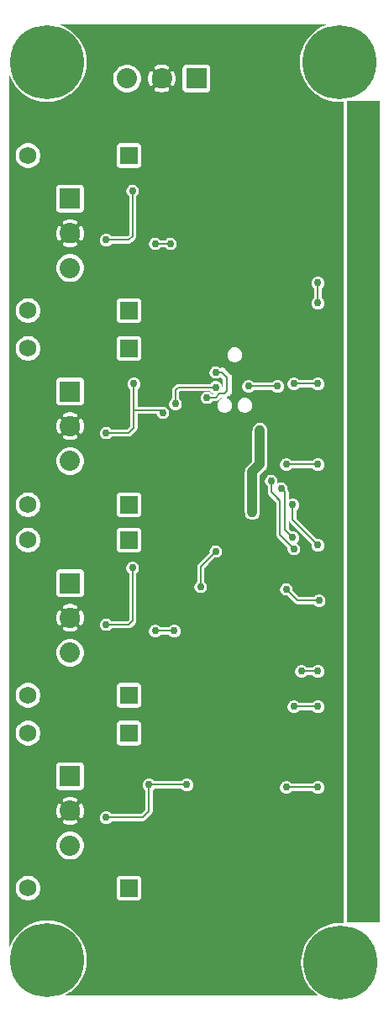
<source format=gbr>
G04 start of page 3 for group 1 idx 1 *
G04 Title: (unknown), bottom *
G04 Creator: pcb 4.0.2 *
G04 CreationDate: Wed Apr 29 00:27:18 2020 UTC *
G04 For: ndholmes *
G04 Format: Gerber/RS-274X *
G04 PCB-Dimensions (mil): 1500.00 3900.00 *
G04 PCB-Coordinate-Origin: lower left *
%MOIN*%
%FSLAX25Y25*%
%LNBOTTOM*%
%ADD37C,0.0390*%
%ADD36C,0.0380*%
%ADD35C,0.0472*%
%ADD34C,0.1285*%
%ADD33C,0.0150*%
%ADD32C,0.0300*%
%ADD31C,0.0680*%
%ADD30C,0.0800*%
%ADD29C,0.2937*%
%ADD28C,0.0400*%
%ADD27C,0.0080*%
%ADD26C,0.0001*%
G54D26*G36*
X136000Y357500D02*X149000D01*
Y32000D01*
X136000D01*
Y357500D01*
G37*
G36*
X118246Y12353D02*X118538Y11138D01*
X119482Y8858D01*
X120772Y6753D01*
X122376Y4876D01*
X124253Y3272D01*
X124697Y3000D01*
X118246D01*
Y12353D01*
G37*
G36*
X124496Y359817D02*X125858Y358982D01*
X128138Y358038D01*
X130539Y357461D01*
X133000Y357268D01*
X134543Y357389D01*
Y31650D01*
X133500Y31732D01*
X131039Y31539D01*
X128638Y30962D01*
X126358Y30018D01*
X124496Y28877D01*
Y82993D01*
X124500Y82992D01*
X124892Y83023D01*
X125275Y83115D01*
X125638Y83266D01*
X125974Y83471D01*
X126273Y83727D01*
X126529Y84026D01*
X126734Y84362D01*
X126885Y84725D01*
X126977Y85108D01*
X127000Y85500D01*
X126977Y85892D01*
X126885Y86275D01*
X126734Y86638D01*
X126529Y86974D01*
X126273Y87273D01*
X125974Y87529D01*
X125638Y87734D01*
X125275Y87885D01*
X124892Y87977D01*
X124500Y88008D01*
X124496Y88007D01*
Y114993D01*
X124500Y114992D01*
X124892Y115023D01*
X125275Y115115D01*
X125638Y115266D01*
X125974Y115471D01*
X126273Y115727D01*
X126529Y116026D01*
X126734Y116362D01*
X126885Y116725D01*
X126977Y117108D01*
X127000Y117500D01*
X126977Y117892D01*
X126885Y118275D01*
X126734Y118638D01*
X126529Y118974D01*
X126273Y119273D01*
X125974Y119529D01*
X125638Y119734D01*
X125275Y119885D01*
X124892Y119977D01*
X124500Y120008D01*
X124496Y120007D01*
Y128993D01*
X124500Y128992D01*
X124892Y129023D01*
X125275Y129115D01*
X125638Y129266D01*
X125974Y129471D01*
X126273Y129727D01*
X126529Y130026D01*
X126734Y130362D01*
X126885Y130725D01*
X126977Y131108D01*
X127000Y131500D01*
X126977Y131892D01*
X126885Y132275D01*
X126734Y132638D01*
X126529Y132974D01*
X126273Y133273D01*
X125974Y133529D01*
X125638Y133734D01*
X125275Y133885D01*
X124892Y133977D01*
X124500Y134008D01*
X124496Y134007D01*
Y157050D01*
X124608Y157023D01*
X125000Y156992D01*
X125392Y157023D01*
X125775Y157115D01*
X126138Y157266D01*
X126474Y157471D01*
X126773Y157727D01*
X127029Y158026D01*
X127234Y158362D01*
X127385Y158725D01*
X127477Y159108D01*
X127500Y159500D01*
X127477Y159892D01*
X127385Y160275D01*
X127234Y160638D01*
X127029Y160974D01*
X126773Y161273D01*
X126474Y161529D01*
X126138Y161734D01*
X125775Y161885D01*
X125392Y161977D01*
X125000Y162008D01*
X124608Y161977D01*
X124496Y161950D01*
Y178993D01*
X124500Y178992D01*
X124892Y179023D01*
X125275Y179115D01*
X125638Y179266D01*
X125974Y179471D01*
X126273Y179727D01*
X126529Y180026D01*
X126734Y180362D01*
X126885Y180725D01*
X126977Y181108D01*
X127000Y181500D01*
X126977Y181892D01*
X126885Y182275D01*
X126734Y182638D01*
X126529Y182974D01*
X126273Y183273D01*
X125974Y183529D01*
X125638Y183734D01*
X125275Y183885D01*
X124892Y183977D01*
X124500Y184008D01*
X124496Y184007D01*
Y210993D01*
X124500Y210992D01*
X124892Y211023D01*
X125275Y211115D01*
X125638Y211266D01*
X125974Y211471D01*
X126273Y211727D01*
X126529Y212026D01*
X126734Y212362D01*
X126885Y212725D01*
X126977Y213108D01*
X127000Y213500D01*
X126977Y213892D01*
X126885Y214275D01*
X126734Y214638D01*
X126529Y214974D01*
X126273Y215273D01*
X125974Y215529D01*
X125638Y215734D01*
X125275Y215885D01*
X124892Y215977D01*
X124500Y216008D01*
X124496Y216007D01*
Y242993D01*
X124500Y242992D01*
X124892Y243023D01*
X125275Y243115D01*
X125638Y243266D01*
X125974Y243471D01*
X126273Y243727D01*
X126529Y244026D01*
X126734Y244362D01*
X126885Y244725D01*
X126977Y245108D01*
X127000Y245500D01*
X126977Y245892D01*
X126885Y246275D01*
X126734Y246638D01*
X126529Y246974D01*
X126273Y247273D01*
X125974Y247529D01*
X125638Y247734D01*
X125275Y247885D01*
X124892Y247977D01*
X124500Y248008D01*
X124496Y248007D01*
Y274993D01*
X124500Y274992D01*
X124892Y275023D01*
X125275Y275115D01*
X125638Y275266D01*
X125974Y275471D01*
X126273Y275727D01*
X126529Y276026D01*
X126734Y276362D01*
X126885Y276725D01*
X126977Y277108D01*
X127000Y277500D01*
X126977Y277892D01*
X126885Y278275D01*
X126734Y278638D01*
X126529Y278974D01*
X126273Y279273D01*
X125974Y279529D01*
X125900Y279574D01*
Y283426D01*
X125974Y283471D01*
X126273Y283727D01*
X126529Y284026D01*
X126734Y284362D01*
X126885Y284725D01*
X126977Y285108D01*
X127000Y285500D01*
X126977Y285892D01*
X126885Y286275D01*
X126734Y286638D01*
X126529Y286974D01*
X126273Y287273D01*
X125974Y287529D01*
X125638Y287734D01*
X125275Y287885D01*
X124892Y287977D01*
X124500Y288008D01*
X124496Y288007D01*
Y359817D01*
G37*
G36*
Y216007D02*X124108Y215977D01*
X123725Y215885D01*
X123362Y215734D01*
X123026Y215529D01*
X122727Y215273D01*
X122471Y214974D01*
X122426Y214900D01*
X118246D01*
Y244100D01*
X122426D01*
X122471Y244026D01*
X122727Y243727D01*
X123026Y243471D01*
X123362Y243266D01*
X123725Y243115D01*
X124108Y243023D01*
X124496Y242993D01*
Y216007D01*
G37*
G36*
Y184007D02*X124108Y183977D01*
X124023Y183957D01*
X118246Y189734D01*
Y212100D01*
X122426D01*
X122471Y212026D01*
X122727Y211727D01*
X123026Y211471D01*
X123362Y211266D01*
X123725Y211115D01*
X124108Y211023D01*
X124496Y210993D01*
Y184007D01*
G37*
G36*
Y161950D02*X124225Y161885D01*
X123862Y161734D01*
X123526Y161529D01*
X123227Y161273D01*
X122971Y160974D01*
X122926Y160900D01*
X118246D01*
Y185774D01*
X122043Y181977D01*
X122023Y181892D01*
X121992Y181500D01*
X122023Y181108D01*
X122115Y180725D01*
X122266Y180362D01*
X122471Y180026D01*
X122727Y179727D01*
X123026Y179471D01*
X123362Y179266D01*
X123725Y179115D01*
X124108Y179023D01*
X124496Y178993D01*
Y161950D01*
G37*
G36*
Y134007D02*X124108Y133977D01*
X123725Y133885D01*
X123362Y133734D01*
X123026Y133529D01*
X122727Y133273D01*
X122471Y132974D01*
X122426Y132900D01*
X120074D01*
X120029Y132974D01*
X119773Y133273D01*
X119474Y133529D01*
X119138Y133734D01*
X118775Y133885D01*
X118392Y133977D01*
X118246Y133988D01*
Y158100D01*
X122926D01*
X122971Y158026D01*
X123227Y157727D01*
X123526Y157471D01*
X123862Y157266D01*
X124225Y157115D01*
X124496Y157050D01*
Y134007D01*
G37*
G36*
Y120007D02*X124108Y119977D01*
X123725Y119885D01*
X123362Y119734D01*
X123026Y119529D01*
X122727Y119273D01*
X122471Y118974D01*
X122426Y118900D01*
X118246D01*
Y129012D01*
X118392Y129023D01*
X118775Y129115D01*
X119138Y129266D01*
X119474Y129471D01*
X119773Y129727D01*
X120029Y130026D01*
X120074Y130100D01*
X122426D01*
X122471Y130026D01*
X122727Y129727D01*
X123026Y129471D01*
X123362Y129266D01*
X123725Y129115D01*
X124108Y129023D01*
X124496Y128993D01*
Y120007D01*
G37*
G36*
Y88007D02*X124108Y87977D01*
X123725Y87885D01*
X123362Y87734D01*
X123026Y87529D01*
X122727Y87273D01*
X122471Y86974D01*
X122426Y86900D01*
X118246D01*
Y116100D01*
X122426D01*
X122471Y116026D01*
X122727Y115727D01*
X123026Y115471D01*
X123362Y115266D01*
X123725Y115115D01*
X124108Y115023D01*
X124496Y114993D01*
Y88007D01*
G37*
G36*
Y28877D02*X124253Y28728D01*
X122376Y27124D01*
X120772Y25247D01*
X119482Y23142D01*
X118538Y20862D01*
X118246Y19647D01*
Y84100D01*
X122426D01*
X122471Y84026D01*
X122727Y83727D01*
X123026Y83471D01*
X123362Y83266D01*
X123725Y83115D01*
X124108Y83023D01*
X124496Y82993D01*
Y28877D01*
G37*
G36*
X118246Y367635D02*X118982Y365858D01*
X120272Y363753D01*
X121876Y361876D01*
X123753Y360272D01*
X124496Y359817D01*
Y288007D01*
X124108Y287977D01*
X123725Y287885D01*
X123362Y287734D01*
X123026Y287529D01*
X122727Y287273D01*
X122471Y286974D01*
X122266Y286638D01*
X122115Y286275D01*
X122023Y285892D01*
X121992Y285500D01*
X122023Y285108D01*
X122115Y284725D01*
X122266Y284362D01*
X122471Y284026D01*
X122727Y283727D01*
X123026Y283471D01*
X123100Y283426D01*
Y279574D01*
X123026Y279529D01*
X122727Y279273D01*
X122471Y278974D01*
X122266Y278638D01*
X122115Y278275D01*
X122023Y277892D01*
X121992Y277500D01*
X122023Y277108D01*
X122115Y276725D01*
X122266Y276362D01*
X122471Y276026D01*
X122727Y275727D01*
X123026Y275471D01*
X123362Y275266D01*
X123725Y275115D01*
X124108Y275023D01*
X124496Y274993D01*
Y248007D01*
X124108Y247977D01*
X123725Y247885D01*
X123362Y247734D01*
X123026Y247529D01*
X122727Y247273D01*
X122471Y246974D01*
X122426Y246900D01*
X118246D01*
Y367635D01*
G37*
G36*
Y388000D02*X128295D01*
X128138Y387962D01*
X125858Y387018D01*
X123753Y385728D01*
X121876Y384124D01*
X120272Y382247D01*
X118982Y380142D01*
X118246Y378365D01*
Y388000D01*
G37*
G36*
X100000D02*X118246D01*
Y378365D01*
X118038Y377862D01*
X117461Y375461D01*
X117268Y373000D01*
X117461Y370539D01*
X118038Y368138D01*
X118246Y367635D01*
Y246900D01*
X117074D01*
X117029Y246974D01*
X116773Y247273D01*
X116474Y247529D01*
X116138Y247734D01*
X115775Y247885D01*
X115392Y247977D01*
X115000Y248008D01*
X114608Y247977D01*
X114225Y247885D01*
X113862Y247734D01*
X113526Y247529D01*
X113227Y247273D01*
X112971Y246974D01*
X112766Y246638D01*
X112615Y246275D01*
X112523Y245892D01*
X112492Y245500D01*
X112523Y245108D01*
X112615Y244725D01*
X112766Y244362D01*
X112971Y244026D01*
X113227Y243727D01*
X113526Y243471D01*
X113862Y243266D01*
X114225Y243115D01*
X114608Y243023D01*
X115000Y242992D01*
X115392Y243023D01*
X115775Y243115D01*
X116138Y243266D01*
X116474Y243471D01*
X116773Y243727D01*
X117029Y244026D01*
X117074Y244100D01*
X118246D01*
Y214900D01*
X114074D01*
X114029Y214974D01*
X113773Y215273D01*
X113474Y215529D01*
X113138Y215734D01*
X112775Y215885D01*
X112392Y215977D01*
X112000Y216008D01*
X111608Y215977D01*
X111225Y215885D01*
X110862Y215734D01*
X110526Y215529D01*
X110227Y215273D01*
X109971Y214974D01*
X109766Y214638D01*
X109615Y214275D01*
X109523Y213892D01*
X109492Y213500D01*
X109523Y213108D01*
X109615Y212725D01*
X109766Y212362D01*
X109971Y212026D01*
X110227Y211727D01*
X110526Y211471D01*
X110862Y211266D01*
X111225Y211115D01*
X111608Y211023D01*
X112000Y210992D01*
X112392Y211023D01*
X112775Y211115D01*
X113138Y211266D01*
X113474Y211471D01*
X113773Y211727D01*
X114029Y212026D01*
X114074Y212100D01*
X118246D01*
Y189734D01*
X115900Y192080D01*
Y195426D01*
X115974Y195471D01*
X116273Y195727D01*
X116529Y196026D01*
X116734Y196362D01*
X116885Y196725D01*
X116977Y197108D01*
X117000Y197500D01*
X116977Y197892D01*
X116885Y198275D01*
X116734Y198638D01*
X116529Y198974D01*
X116273Y199273D01*
X115974Y199529D01*
X115638Y199734D01*
X115275Y199885D01*
X114892Y199977D01*
X114500Y200008D01*
X114108Y199977D01*
X113725Y199885D01*
X113362Y199734D01*
X113026Y199529D01*
X112900Y199421D01*
Y202445D01*
X112904Y202500D01*
X112887Y202720D01*
X112836Y202934D01*
X112751Y203138D01*
X112636Y203325D01*
X112636Y203326D01*
X112493Y203493D01*
X112457Y203524D01*
X112477Y203608D01*
X112500Y204000D01*
X112477Y204392D01*
X112385Y204775D01*
X112234Y205138D01*
X112029Y205474D01*
X111773Y205773D01*
X111474Y206029D01*
X111138Y206234D01*
X110775Y206385D01*
X110392Y206477D01*
X110000Y206508D01*
X109608Y206477D01*
X109225Y206385D01*
X108862Y206234D01*
X108526Y206029D01*
X108227Y205773D01*
X108062Y205580D01*
X108234Y205862D01*
X108385Y206225D01*
X108477Y206608D01*
X108500Y207000D01*
X108477Y207392D01*
X108385Y207775D01*
X108234Y208138D01*
X108029Y208474D01*
X107773Y208773D01*
X107474Y209029D01*
X107138Y209234D01*
X106775Y209385D01*
X106392Y209477D01*
X106000Y209508D01*
X105608Y209477D01*
X105225Y209385D01*
X104862Y209234D01*
X104526Y209029D01*
X104227Y208773D01*
X103971Y208474D01*
X103766Y208138D01*
X103615Y207775D01*
X103523Y207392D01*
X103492Y207000D01*
X103523Y206608D01*
X103615Y206225D01*
X103766Y205862D01*
X103971Y205526D01*
X104227Y205227D01*
X104526Y204971D01*
X104600Y204926D01*
Y202555D01*
X104596Y202500D01*
X104613Y202280D01*
X104664Y202066D01*
X104749Y201862D01*
X104864Y201675D01*
X104864Y201674D01*
X105007Y201507D01*
X105049Y201471D01*
X108100Y198420D01*
Y185555D01*
X108096Y185500D01*
X108113Y185280D01*
X108164Y185066D01*
X108249Y184862D01*
X108364Y184675D01*
X108364Y184674D01*
X108507Y184507D01*
X108549Y184471D01*
X112543Y180477D01*
X112523Y180392D01*
X112492Y180000D01*
X112523Y179608D01*
X112615Y179225D01*
X112766Y178862D01*
X112971Y178526D01*
X113227Y178227D01*
X113526Y177971D01*
X113862Y177766D01*
X114225Y177615D01*
X114608Y177523D01*
X115000Y177492D01*
X115392Y177523D01*
X115775Y177615D01*
X116138Y177766D01*
X116474Y177971D01*
X116773Y178227D01*
X117029Y178526D01*
X117234Y178862D01*
X117385Y179225D01*
X117477Y179608D01*
X117500Y180000D01*
X117477Y180392D01*
X117385Y180775D01*
X117234Y181138D01*
X117029Y181474D01*
X116773Y181773D01*
X116474Y182029D01*
X116138Y182234D01*
X115810Y182371D01*
X115974Y182471D01*
X116273Y182727D01*
X116529Y183026D01*
X116734Y183362D01*
X116885Y183725D01*
X116977Y184108D01*
X117000Y184500D01*
X116977Y184892D01*
X116885Y185275D01*
X116734Y185638D01*
X116529Y185974D01*
X116273Y186273D01*
X115974Y186529D01*
X115638Y186734D01*
X115275Y186885D01*
X114892Y186977D01*
X114500Y187008D01*
X114108Y186977D01*
X114023Y186957D01*
X112900Y188080D01*
Y195579D01*
X113026Y195471D01*
X113100Y195426D01*
Y191555D01*
X113096Y191500D01*
X113113Y191280D01*
X113164Y191066D01*
X113249Y190862D01*
X113364Y190675D01*
X113364Y190674D01*
X113507Y190507D01*
X113549Y190471D01*
X118246Y185774D01*
Y160900D01*
X117080D01*
X114457Y163523D01*
X114477Y163608D01*
X114500Y164000D01*
X114477Y164392D01*
X114385Y164775D01*
X114234Y165138D01*
X114029Y165474D01*
X113773Y165773D01*
X113474Y166029D01*
X113138Y166234D01*
X112775Y166385D01*
X112392Y166477D01*
X112000Y166508D01*
X111608Y166477D01*
X111225Y166385D01*
X110862Y166234D01*
X110526Y166029D01*
X110227Y165773D01*
X109971Y165474D01*
X109766Y165138D01*
X109615Y164775D01*
X109523Y164392D01*
X109492Y164000D01*
X109523Y163608D01*
X109615Y163225D01*
X109766Y162862D01*
X109971Y162526D01*
X110227Y162227D01*
X110526Y161971D01*
X110862Y161766D01*
X111225Y161615D01*
X111608Y161523D01*
X112000Y161492D01*
X112392Y161523D01*
X112477Y161543D01*
X115471Y158549D01*
X115507Y158507D01*
X115674Y158364D01*
X115675Y158364D01*
X115862Y158249D01*
X116066Y158164D01*
X116280Y158113D01*
X116500Y158096D01*
X116555Y158100D01*
X118246D01*
Y133988D01*
X118000Y134008D01*
X117608Y133977D01*
X117225Y133885D01*
X116862Y133734D01*
X116526Y133529D01*
X116227Y133273D01*
X115971Y132974D01*
X115766Y132638D01*
X115615Y132275D01*
X115523Y131892D01*
X115492Y131500D01*
X115523Y131108D01*
X115615Y130725D01*
X115766Y130362D01*
X115971Y130026D01*
X116227Y129727D01*
X116526Y129471D01*
X116862Y129266D01*
X117225Y129115D01*
X117608Y129023D01*
X118000Y128992D01*
X118246Y129012D01*
Y118900D01*
X117074D01*
X117029Y118974D01*
X116773Y119273D01*
X116474Y119529D01*
X116138Y119734D01*
X115775Y119885D01*
X115392Y119977D01*
X115000Y120008D01*
X114608Y119977D01*
X114225Y119885D01*
X113862Y119734D01*
X113526Y119529D01*
X113227Y119273D01*
X112971Y118974D01*
X112766Y118638D01*
X112615Y118275D01*
X112523Y117892D01*
X112492Y117500D01*
X112523Y117108D01*
X112615Y116725D01*
X112766Y116362D01*
X112971Y116026D01*
X113227Y115727D01*
X113526Y115471D01*
X113862Y115266D01*
X114225Y115115D01*
X114608Y115023D01*
X115000Y114992D01*
X115392Y115023D01*
X115775Y115115D01*
X116138Y115266D01*
X116474Y115471D01*
X116773Y115727D01*
X117029Y116026D01*
X117074Y116100D01*
X118246D01*
Y86900D01*
X114074D01*
X114029Y86974D01*
X113773Y87273D01*
X113474Y87529D01*
X113138Y87734D01*
X112775Y87885D01*
X112392Y87977D01*
X112000Y88008D01*
X111608Y87977D01*
X111225Y87885D01*
X110862Y87734D01*
X110526Y87529D01*
X110227Y87273D01*
X109971Y86974D01*
X109766Y86638D01*
X109615Y86275D01*
X109523Y85892D01*
X109492Y85500D01*
X109523Y85108D01*
X109615Y84725D01*
X109766Y84362D01*
X109971Y84026D01*
X110227Y83727D01*
X110526Y83471D01*
X110862Y83266D01*
X111225Y83115D01*
X111608Y83023D01*
X112000Y82992D01*
X112392Y83023D01*
X112775Y83115D01*
X113138Y83266D01*
X113474Y83471D01*
X113773Y83727D01*
X114029Y84026D01*
X114074Y84100D01*
X118246D01*
Y19647D01*
X117961Y18461D01*
X117768Y16000D01*
X117961Y13539D01*
X118246Y12353D01*
Y3000D01*
X100000D01*
Y191901D01*
X100269Y192065D01*
X100628Y192372D01*
X100935Y192731D01*
X101181Y193134D01*
X101362Y193570D01*
X101472Y194029D01*
X101500Y194500D01*
Y209257D01*
X103538Y211296D01*
X103628Y211372D01*
X103934Y211731D01*
X103935Y211731D01*
X104181Y212134D01*
X104362Y212570D01*
X104472Y213029D01*
X104509Y213500D01*
X104500Y213618D01*
Y227000D01*
X104472Y227471D01*
X104362Y227930D01*
X104181Y228366D01*
X103935Y228769D01*
X103628Y229128D01*
X103269Y229435D01*
X102866Y229681D01*
X102430Y229862D01*
X101971Y229972D01*
X101500Y230009D01*
X101029Y229972D01*
X100570Y229862D01*
X100134Y229681D01*
X100000Y229599D01*
Y243100D01*
X106426D01*
X106471Y243026D01*
X106727Y242727D01*
X107026Y242471D01*
X107362Y242266D01*
X107725Y242115D01*
X108108Y242023D01*
X108500Y241992D01*
X108892Y242023D01*
X109275Y242115D01*
X109638Y242266D01*
X109974Y242471D01*
X110273Y242727D01*
X110529Y243026D01*
X110734Y243362D01*
X110885Y243725D01*
X110977Y244108D01*
X111000Y244500D01*
X110977Y244892D01*
X110885Y245275D01*
X110734Y245638D01*
X110529Y245974D01*
X110273Y246273D01*
X109974Y246529D01*
X109638Y246734D01*
X109275Y246885D01*
X108892Y246977D01*
X108500Y247008D01*
X108108Y246977D01*
X107725Y246885D01*
X107362Y246734D01*
X107026Y246529D01*
X106727Y246273D01*
X106471Y245974D01*
X106426Y245900D01*
X100000D01*
Y388000D01*
G37*
G36*
X80996Y242600D02*X81809D01*
X81890Y242467D01*
X82156Y242156D01*
X82467Y241890D01*
X82816Y241676D01*
X83194Y241520D01*
X83473Y241453D01*
X83420Y241400D01*
X82574D01*
X82529Y241474D01*
X82273Y241773D01*
X81974Y242029D01*
X81638Y242234D01*
X81275Y242385D01*
X80996Y242452D01*
Y242600D01*
G37*
G36*
X95495Y210440D02*X95500Y210382D01*
Y194500D01*
X95528Y194029D01*
X95638Y193570D01*
X95819Y193134D01*
X96065Y192731D01*
X96372Y192372D01*
X96731Y192065D01*
X97134Y191819D01*
X97570Y191638D01*
X98029Y191528D01*
X98500Y191491D01*
X98971Y191528D01*
X99430Y191638D01*
X99866Y191819D01*
X100000Y191901D01*
Y3000D01*
X95495D01*
Y210440D01*
G37*
G36*
Y242497D02*X95526Y242471D01*
X95862Y242266D01*
X96225Y242115D01*
X96608Y242023D01*
X97000Y241992D01*
X97392Y242023D01*
X97775Y242115D01*
X98138Y242266D01*
X98474Y242471D01*
X98773Y242727D01*
X99029Y243026D01*
X99074Y243100D01*
X100000D01*
Y229599D01*
X99731Y229435D01*
X99372Y229128D01*
X99065Y228769D01*
X98819Y228366D01*
X98638Y227930D01*
X98528Y227471D01*
X98500Y227000D01*
Y214743D01*
X96462Y212704D01*
X96372Y212628D01*
X96065Y212269D01*
X95819Y211866D01*
X95638Y211430D01*
X95528Y210971D01*
X95528Y210971D01*
X95495Y210560D01*
Y234041D01*
X95500Y234041D01*
X95963Y234077D01*
X96414Y234186D01*
X96843Y234363D01*
X97239Y234606D01*
X97592Y234908D01*
X97894Y235261D01*
X98137Y235657D01*
X98314Y236086D01*
X98423Y236537D01*
X98450Y237000D01*
X98423Y237463D01*
X98314Y237914D01*
X98137Y238343D01*
X97894Y238739D01*
X97592Y239092D01*
X97239Y239394D01*
X96843Y239637D01*
X96414Y239814D01*
X95963Y239923D01*
X95500Y239959D01*
X95495Y239959D01*
Y242497D01*
G37*
G36*
Y388000D02*X100000D01*
Y245900D01*
X99074D01*
X99029Y245974D01*
X98773Y246273D01*
X98474Y246529D01*
X98138Y246734D01*
X97775Y246885D01*
X97392Y246977D01*
X97000Y247008D01*
X96608Y246977D01*
X96225Y246885D01*
X95862Y246734D01*
X95526Y246529D01*
X95495Y246503D01*
Y388000D01*
G37*
G36*
X91495D02*X95495D01*
Y246503D01*
X95227Y246273D01*
X94971Y245974D01*
X94766Y245638D01*
X94615Y245275D01*
X94523Y244892D01*
X94492Y244500D01*
X94523Y244108D01*
X94615Y243725D01*
X94766Y243362D01*
X94971Y243026D01*
X95227Y242727D01*
X95495Y242497D01*
Y239959D01*
X95037Y239923D01*
X94586Y239814D01*
X94157Y239637D01*
X93761Y239394D01*
X93408Y239092D01*
X93106Y238739D01*
X92863Y238343D01*
X92686Y237914D01*
X92577Y237463D01*
X92541Y237000D01*
X92577Y236537D01*
X92686Y236086D01*
X92863Y235657D01*
X93106Y235261D01*
X93408Y234908D01*
X93761Y234606D01*
X94157Y234363D01*
X94586Y234186D01*
X95037Y234077D01*
X95495Y234041D01*
Y210560D01*
X95491Y210500D01*
X95495Y210440D01*
Y3000D01*
X91495D01*
Y254041D01*
X91500Y254041D01*
X91963Y254077D01*
X92414Y254186D01*
X92843Y254363D01*
X93239Y254606D01*
X93592Y254908D01*
X93894Y255261D01*
X94137Y255657D01*
X94314Y256086D01*
X94423Y256537D01*
X94450Y257000D01*
X94423Y257463D01*
X94314Y257914D01*
X94137Y258343D01*
X93894Y258739D01*
X93592Y259092D01*
X93239Y259394D01*
X92843Y259637D01*
X92414Y259814D01*
X91963Y259923D01*
X91500Y259959D01*
X91495Y259959D01*
Y388000D01*
G37*
G36*
X80996D02*X91495D01*
Y259959D01*
X91037Y259923D01*
X90586Y259814D01*
X90157Y259637D01*
X89761Y259394D01*
X89408Y259092D01*
X89106Y258739D01*
X88863Y258343D01*
X88686Y257914D01*
X88577Y257463D01*
X88541Y257000D01*
X88577Y256537D01*
X88686Y256086D01*
X88863Y255657D01*
X89106Y255261D01*
X89408Y254908D01*
X89761Y254606D01*
X90157Y254363D01*
X90586Y254186D01*
X91037Y254077D01*
X91495Y254041D01*
Y3000D01*
X80996D01*
Y174016D01*
X83523Y176543D01*
X83608Y176523D01*
X84000Y176492D01*
X84392Y176523D01*
X84775Y176615D01*
X85138Y176766D01*
X85474Y176971D01*
X85773Y177227D01*
X86029Y177526D01*
X86234Y177862D01*
X86385Y178225D01*
X86477Y178608D01*
X86500Y179000D01*
X86477Y179392D01*
X86385Y179775D01*
X86234Y180138D01*
X86029Y180474D01*
X85773Y180773D01*
X85474Y181029D01*
X85138Y181234D01*
X84775Y181385D01*
X84392Y181477D01*
X84000Y181508D01*
X83608Y181477D01*
X83225Y181385D01*
X82862Y181234D01*
X82526Y181029D01*
X82227Y180773D01*
X81971Y180474D01*
X81766Y180138D01*
X81615Y179775D01*
X81523Y179392D01*
X81492Y179000D01*
X81523Y178608D01*
X81543Y178523D01*
X80996Y177976D01*
Y237548D01*
X81275Y237615D01*
X81638Y237766D01*
X81974Y237971D01*
X82273Y238227D01*
X82529Y238526D01*
X82574Y238600D01*
X83945D01*
X84000Y238596D01*
X84220Y238613D01*
X84434Y238664D01*
X84638Y238749D01*
X84825Y238864D01*
X84993Y239007D01*
X85029Y239049D01*
X85880Y239900D01*
X86943D01*
X86586Y239814D01*
X86157Y239637D01*
X85761Y239394D01*
X85408Y239092D01*
X85106Y238739D01*
X84863Y238343D01*
X84686Y237914D01*
X84577Y237463D01*
X84541Y237000D01*
X84577Y236537D01*
X84686Y236086D01*
X84863Y235657D01*
X85106Y235261D01*
X85408Y234908D01*
X85761Y234606D01*
X86157Y234363D01*
X86586Y234186D01*
X87037Y234077D01*
X87500Y234041D01*
X87963Y234077D01*
X88414Y234186D01*
X88843Y234363D01*
X89239Y234606D01*
X89592Y234908D01*
X89894Y235261D01*
X90137Y235657D01*
X90314Y236086D01*
X90423Y236537D01*
X90450Y237000D01*
X90423Y237463D01*
X90314Y237914D01*
X90137Y238343D01*
X89894Y238739D01*
X89592Y239092D01*
X89239Y239394D01*
X88843Y239637D01*
X88414Y239814D01*
X87963Y239923D01*
X87828Y239933D01*
X87996Y239974D01*
X88229Y240070D01*
X88443Y240202D01*
X88635Y240365D01*
X88798Y240557D01*
X88842Y240628D01*
X89089Y240687D01*
X89365Y240802D01*
X89620Y240958D01*
X89848Y241152D01*
X90042Y241380D01*
X90198Y241635D01*
X90313Y241911D01*
X90382Y242202D01*
X90400Y242500D01*
Y247926D01*
X90406Y248000D01*
X90382Y248298D01*
X90382Y248298D01*
X90313Y248589D01*
X90198Y248865D01*
X90042Y249120D01*
X89848Y249348D01*
X89791Y249396D01*
X87844Y251344D01*
X87620Y251542D01*
X87365Y251698D01*
X87089Y251813D01*
X86798Y251882D01*
X86500Y251906D01*
X86202Y251882D01*
X85911Y251813D01*
X85784Y251760D01*
X85773Y251773D01*
X85474Y252029D01*
X85138Y252234D01*
X84775Y252385D01*
X84392Y252477D01*
X84000Y252508D01*
X83608Y252477D01*
X83225Y252385D01*
X82862Y252234D01*
X82526Y252029D01*
X82227Y251773D01*
X81971Y251474D01*
X81766Y251138D01*
X81615Y250775D01*
X81523Y250392D01*
X81492Y250000D01*
X81523Y249608D01*
X81615Y249225D01*
X81766Y248862D01*
X81971Y248526D01*
X82227Y248227D01*
X82526Y247971D01*
X82862Y247766D01*
X83225Y247615D01*
X83608Y247523D01*
X84000Y247492D01*
X84392Y247523D01*
X84775Y247615D01*
X85138Y247766D01*
X85474Y247971D01*
X85672Y248141D01*
X86600Y247213D01*
Y244000D01*
X86576Y244408D01*
X86480Y244806D01*
X86324Y245184D01*
X86110Y245533D01*
X85844Y245844D01*
X85533Y246110D01*
X85184Y246324D01*
X84806Y246480D01*
X84408Y246576D01*
X84000Y246608D01*
X83592Y246576D01*
X83194Y246480D01*
X82816Y246324D01*
X82467Y246110D01*
X82156Y245844D01*
X81890Y245533D01*
X81809Y245400D01*
X80996D01*
Y361209D01*
X81010Y361214D01*
X81211Y361338D01*
X81391Y361491D01*
X81544Y361671D01*
X81668Y361872D01*
X81758Y362090D01*
X81813Y362320D01*
X81827Y362555D01*
X81813Y370790D01*
X81758Y371020D01*
X81668Y371238D01*
X81544Y371439D01*
X81391Y371619D01*
X81211Y371772D01*
X81010Y371896D01*
X80996Y371901D01*
Y388000D01*
G37*
G36*
X67039Y235192D02*X67225Y235115D01*
X67608Y235023D01*
X68000Y234992D01*
X68392Y235023D01*
X68775Y235115D01*
X69138Y235266D01*
X69474Y235471D01*
X69773Y235727D01*
X70029Y236026D01*
X70234Y236362D01*
X70385Y236725D01*
X70477Y237108D01*
X70500Y237500D01*
X70477Y237892D01*
X70385Y238275D01*
X70234Y238638D01*
X70029Y238974D01*
X69773Y239273D01*
X69474Y239529D01*
X69400Y239574D01*
Y242420D01*
X69580Y242600D01*
X80996D01*
Y242452D01*
X80892Y242477D01*
X80500Y242508D01*
X80108Y242477D01*
X79725Y242385D01*
X79362Y242234D01*
X79026Y242029D01*
X78727Y241773D01*
X78471Y241474D01*
X78266Y241138D01*
X78115Y240775D01*
X78023Y240392D01*
X77992Y240000D01*
X78023Y239608D01*
X78115Y239225D01*
X78266Y238862D01*
X78471Y238526D01*
X78727Y238227D01*
X79026Y237971D01*
X79362Y237766D01*
X79725Y237615D01*
X80108Y237523D01*
X80500Y237492D01*
X80892Y237523D01*
X80996Y237548D01*
Y177976D01*
X77049Y174029D01*
X77007Y173993D01*
X76864Y173825D01*
X76749Y173638D01*
X76664Y173434D01*
X76613Y173220D01*
X76596Y173000D01*
X76600Y172945D01*
Y167074D01*
X76526Y167029D01*
X76227Y166773D01*
X75971Y166474D01*
X75766Y166138D01*
X75615Y165775D01*
X75523Y165392D01*
X75492Y165000D01*
X75523Y164608D01*
X75615Y164225D01*
X75766Y163862D01*
X75971Y163526D01*
X76227Y163227D01*
X76526Y162971D01*
X76862Y162766D01*
X77225Y162615D01*
X77608Y162523D01*
X78000Y162492D01*
X78392Y162523D01*
X78775Y162615D01*
X79138Y162766D01*
X79474Y162971D01*
X79773Y163227D01*
X80029Y163526D01*
X80234Y163862D01*
X80385Y164225D01*
X80477Y164608D01*
X80500Y165000D01*
X80477Y165392D01*
X80385Y165775D01*
X80234Y166138D01*
X80029Y166474D01*
X79773Y166773D01*
X79474Y167029D01*
X79400Y167074D01*
Y172420D01*
X80996Y174016D01*
Y3000D01*
X67039D01*
Y85100D01*
X70426D01*
X70471Y85026D01*
X70727Y84727D01*
X71026Y84471D01*
X71362Y84266D01*
X71725Y84115D01*
X72108Y84023D01*
X72500Y83992D01*
X72892Y84023D01*
X73275Y84115D01*
X73638Y84266D01*
X73974Y84471D01*
X74273Y84727D01*
X74529Y85026D01*
X74734Y85362D01*
X74885Y85725D01*
X74977Y86108D01*
X75000Y86500D01*
X74977Y86892D01*
X74885Y87275D01*
X74734Y87638D01*
X74529Y87974D01*
X74273Y88273D01*
X73974Y88529D01*
X73638Y88734D01*
X73275Y88885D01*
X72892Y88977D01*
X72500Y89008D01*
X72108Y88977D01*
X71725Y88885D01*
X71362Y88734D01*
X71026Y88529D01*
X70727Y88273D01*
X70471Y87974D01*
X70426Y87900D01*
X67039D01*
Y145040D01*
X67108Y145023D01*
X67500Y144992D01*
X67892Y145023D01*
X68275Y145115D01*
X68638Y145266D01*
X68974Y145471D01*
X69273Y145727D01*
X69529Y146026D01*
X69734Y146362D01*
X69885Y146725D01*
X69977Y147108D01*
X70000Y147500D01*
X69977Y147892D01*
X69885Y148275D01*
X69734Y148638D01*
X69529Y148974D01*
X69273Y149273D01*
X68974Y149529D01*
X68638Y149734D01*
X68275Y149885D01*
X67892Y149977D01*
X67500Y150008D01*
X67108Y149977D01*
X67039Y149960D01*
Y235192D01*
G37*
G36*
Y388000D02*X80996D01*
Y371901D01*
X80792Y371986D01*
X80562Y372041D01*
X80327Y372055D01*
X72092Y372041D01*
X71862Y371986D01*
X71644Y371896D01*
X71442Y371772D01*
X71263Y371619D01*
X71110Y371439D01*
X70986Y371238D01*
X70896Y371020D01*
X70841Y370790D01*
X70827Y370555D01*
X70841Y362320D01*
X70896Y362090D01*
X70986Y361872D01*
X71110Y361671D01*
X71263Y361491D01*
X71442Y361338D01*
X71644Y361214D01*
X71862Y361124D01*
X72092Y361069D01*
X72327Y361055D01*
X80562Y361069D01*
X80792Y361124D01*
X80996Y361209D01*
Y245400D01*
X69055D01*
X69000Y245404D01*
X68780Y245387D01*
X68566Y245336D01*
X68362Y245251D01*
X68175Y245136D01*
X68174Y245136D01*
X68007Y244993D01*
X67971Y244951D01*
X67049Y244029D01*
X67039Y244021D01*
Y298725D01*
X67138Y298766D01*
X67474Y298971D01*
X67773Y299227D01*
X68029Y299526D01*
X68234Y299862D01*
X68385Y300225D01*
X68477Y300608D01*
X68500Y301000D01*
X68477Y301392D01*
X68385Y301775D01*
X68234Y302138D01*
X68029Y302474D01*
X67773Y302773D01*
X67474Y303029D01*
X67138Y303234D01*
X67039Y303275D01*
Y363700D01*
X67125Y363736D01*
X67226Y363798D01*
X67316Y363874D01*
X67392Y363964D01*
X67451Y364066D01*
X67669Y364535D01*
X67836Y365024D01*
X67956Y365527D01*
X68029Y366039D01*
X68053Y366555D01*
X68029Y367071D01*
X67956Y367583D01*
X67836Y368086D01*
X67669Y368575D01*
X67457Y369047D01*
X67396Y369148D01*
X67319Y369239D01*
X67228Y369316D01*
X67127Y369378D01*
X67039Y369415D01*
Y388000D01*
G37*
G36*
Y87900D02*X62996D01*
Y146100D01*
X65426D01*
X65471Y146026D01*
X65727Y145727D01*
X66026Y145471D01*
X66362Y145266D01*
X66725Y145115D01*
X67039Y145040D01*
Y87900D01*
G37*
G36*
Y3000D02*X62996D01*
Y85100D01*
X67039D01*
Y3000D01*
G37*
G36*
Y244021D02*X67007Y243993D01*
X66864Y243825D01*
X66749Y243638D01*
X66664Y243434D01*
X66613Y243220D01*
X66596Y243000D01*
X66600Y242945D01*
Y239574D01*
X66526Y239529D01*
X66227Y239273D01*
X65971Y238974D01*
X65766Y238638D01*
X65615Y238275D01*
X65523Y237892D01*
X65492Y237500D01*
X65523Y237108D01*
X65615Y236725D01*
X65766Y236362D01*
X65971Y236026D01*
X66227Y235727D01*
X66526Y235471D01*
X66862Y235266D01*
X67039Y235192D01*
Y149960D01*
X66725Y149885D01*
X66362Y149734D01*
X66026Y149529D01*
X65727Y149273D01*
X65471Y148974D01*
X65426Y148900D01*
X62996D01*
Y231493D01*
X63000Y231492D01*
X63392Y231523D01*
X63775Y231615D01*
X64138Y231766D01*
X64474Y231971D01*
X64773Y232227D01*
X65029Y232526D01*
X65234Y232862D01*
X65385Y233225D01*
X65477Y233608D01*
X65500Y234000D01*
X65477Y234392D01*
X65385Y234775D01*
X65234Y235138D01*
X65029Y235474D01*
X64773Y235773D01*
X64474Y236029D01*
X64138Y236234D01*
X63775Y236385D01*
X63392Y236477D01*
X63000Y236508D01*
X62996Y236507D01*
Y299600D01*
X63926D01*
X63971Y299526D01*
X64227Y299227D01*
X64526Y298971D01*
X64862Y298766D01*
X65225Y298615D01*
X65608Y298523D01*
X66000Y298492D01*
X66392Y298523D01*
X66775Y298615D01*
X67039Y298725D01*
Y244021D01*
G37*
G36*
X62996Y388000D02*X67039D01*
Y369415D01*
X67018Y369424D01*
X66902Y369452D01*
X66784Y369461D01*
X66666Y369452D01*
X66550Y369425D01*
X66440Y369379D01*
X66339Y369317D01*
X66248Y369241D01*
X66171Y369150D01*
X66109Y369049D01*
X66063Y368940D01*
X66035Y368824D01*
X66026Y368706D01*
X66035Y368587D01*
X66063Y368472D01*
X66110Y368363D01*
X66268Y368023D01*
X66389Y367667D01*
X66477Y367302D01*
X66529Y366930D01*
X66547Y366555D01*
X66529Y366180D01*
X66477Y365808D01*
X66389Y365443D01*
X66268Y365087D01*
X66114Y364745D01*
X66067Y364637D01*
X66039Y364522D01*
X66030Y364404D01*
X66040Y364287D01*
X66068Y364172D01*
X66113Y364063D01*
X66175Y363962D01*
X66252Y363873D01*
X66341Y363796D01*
X66442Y363735D01*
X66551Y363690D01*
X66666Y363662D01*
X66784Y363653D01*
X66902Y363663D01*
X67016Y363690D01*
X67039Y363700D01*
Y303275D01*
X66775Y303385D01*
X66392Y303477D01*
X66000Y303508D01*
X65608Y303477D01*
X65225Y303385D01*
X64862Y303234D01*
X64526Y303029D01*
X64227Y302773D01*
X63971Y302474D01*
X63926Y302400D01*
X62996D01*
Y361070D01*
X63063Y361073D01*
X63575Y361146D01*
X64078Y361266D01*
X64567Y361433D01*
X65039Y361645D01*
X65140Y361706D01*
X65231Y361783D01*
X65308Y361873D01*
X65370Y361975D01*
X65416Y362084D01*
X65444Y362200D01*
X65453Y362318D01*
X65444Y362436D01*
X65417Y362552D01*
X65371Y362662D01*
X65309Y362763D01*
X65232Y362853D01*
X65142Y362931D01*
X65041Y362993D01*
X64931Y363039D01*
X64816Y363066D01*
X64698Y363076D01*
X64579Y363067D01*
X64464Y363039D01*
X64355Y362992D01*
X64015Y362834D01*
X63659Y362713D01*
X63294Y362625D01*
X62996Y362583D01*
Y370527D01*
X63294Y370485D01*
X63659Y370397D01*
X64015Y370276D01*
X64357Y370122D01*
X64465Y370075D01*
X64580Y370048D01*
X64698Y370038D01*
X64815Y370048D01*
X64930Y370076D01*
X65039Y370121D01*
X65140Y370183D01*
X65229Y370260D01*
X65306Y370350D01*
X65367Y370450D01*
X65412Y370559D01*
X65440Y370674D01*
X65449Y370792D01*
X65439Y370910D01*
X65412Y371024D01*
X65366Y371133D01*
X65304Y371234D01*
X65228Y371324D01*
X65138Y371400D01*
X65036Y371460D01*
X64567Y371677D01*
X64078Y371844D01*
X63575Y371964D01*
X63063Y372037D01*
X62996Y372040D01*
Y388000D01*
G37*
G36*
Y87900D02*X59574D01*
X59529Y87974D01*
X59273Y88273D01*
X58974Y88529D01*
X58638Y88734D01*
X58275Y88885D01*
X57892Y88977D01*
X57500Y89008D01*
X57108Y88977D01*
X56725Y88885D01*
X56362Y88734D01*
X56026Y88529D01*
X55727Y88273D01*
X55471Y87974D01*
X55266Y87638D01*
X55115Y87275D01*
X55023Y86892D01*
X54992Y86500D01*
X55023Y86108D01*
X55115Y85725D01*
X55266Y85362D01*
X55471Y85026D01*
X55727Y84727D01*
X56026Y84471D01*
X56100Y84426D01*
Y76580D01*
X54420Y74900D01*
X45746D01*
Y102142D01*
X45865Y102114D01*
X46100Y102100D01*
X53135Y102114D01*
X53365Y102169D01*
X53583Y102259D01*
X53784Y102383D01*
X53964Y102536D01*
X54117Y102716D01*
X54241Y102917D01*
X54331Y103135D01*
X54386Y103365D01*
X54400Y103600D01*
X54386Y110635D01*
X54331Y110865D01*
X54241Y111083D01*
X54117Y111284D01*
X53964Y111464D01*
X53784Y111617D01*
X53583Y111741D01*
X53365Y111831D01*
X53135Y111886D01*
X52900Y111900D01*
X45865Y111886D01*
X45746Y111858D01*
Y117142D01*
X45865Y117114D01*
X46100Y117100D01*
X53135Y117114D01*
X53365Y117169D01*
X53583Y117259D01*
X53784Y117383D01*
X53964Y117536D01*
X54117Y117716D01*
X54241Y117917D01*
X54331Y118135D01*
X54386Y118365D01*
X54400Y118600D01*
X54386Y125635D01*
X54331Y125865D01*
X54241Y126083D01*
X54117Y126284D01*
X53964Y126464D01*
X53784Y126617D01*
X53583Y126741D01*
X53365Y126831D01*
X53135Y126886D01*
X52900Y126900D01*
X45865Y126886D01*
X45746Y126858D01*
Y148600D01*
X49445D01*
X49500Y148596D01*
X49720Y148613D01*
X49934Y148664D01*
X50138Y148749D01*
X50325Y148864D01*
X50493Y149007D01*
X50529Y149049D01*
X51951Y150471D01*
X51993Y150507D01*
X52136Y150674D01*
X52136Y150675D01*
X52251Y150862D01*
X52336Y151066D01*
X52387Y151280D01*
X52404Y151500D01*
X52400Y151555D01*
Y170426D01*
X52474Y170471D01*
X52773Y170727D01*
X53029Y171026D01*
X53234Y171362D01*
X53385Y171725D01*
X53477Y172108D01*
X53500Y172500D01*
X53477Y172892D01*
X53385Y173275D01*
X53234Y173638D01*
X53029Y173974D01*
X52773Y174273D01*
X52474Y174529D01*
X52138Y174734D01*
X51775Y174885D01*
X51392Y174977D01*
X51000Y175008D01*
X50608Y174977D01*
X50225Y174885D01*
X49862Y174734D01*
X49526Y174529D01*
X49227Y174273D01*
X48971Y173974D01*
X48766Y173638D01*
X48615Y173275D01*
X48523Y172892D01*
X48492Y172500D01*
X48523Y172108D01*
X48615Y171725D01*
X48766Y171362D01*
X48971Y171026D01*
X49227Y170727D01*
X49526Y170471D01*
X49600Y170426D01*
Y152080D01*
X48920Y151400D01*
X45746D01*
Y178642D01*
X45865Y178614D01*
X46100Y178600D01*
X53135Y178614D01*
X53365Y178669D01*
X53583Y178759D01*
X53784Y178883D01*
X53964Y179036D01*
X54117Y179216D01*
X54241Y179417D01*
X54331Y179635D01*
X54386Y179865D01*
X54400Y180100D01*
X54386Y187135D01*
X54331Y187365D01*
X54241Y187583D01*
X54117Y187784D01*
X53964Y187964D01*
X53784Y188117D01*
X53583Y188241D01*
X53365Y188331D01*
X53135Y188386D01*
X52900Y188400D01*
X45865Y188386D01*
X45746Y188358D01*
Y192642D01*
X45865Y192614D01*
X46100Y192600D01*
X53135Y192614D01*
X53365Y192669D01*
X53583Y192759D01*
X53784Y192883D01*
X53964Y193036D01*
X54117Y193216D01*
X54241Y193417D01*
X54331Y193635D01*
X54386Y193865D01*
X54400Y194100D01*
X54386Y201135D01*
X54331Y201365D01*
X54241Y201583D01*
X54117Y201784D01*
X53964Y201964D01*
X53784Y202117D01*
X53583Y202241D01*
X53365Y202331D01*
X53135Y202386D01*
X52900Y202400D01*
X45865Y202386D01*
X45746Y202358D01*
Y224600D01*
X49445D01*
X49500Y224596D01*
X49720Y224613D01*
X49934Y224664D01*
X50138Y224749D01*
X50325Y224864D01*
X50493Y225007D01*
X50529Y225049D01*
X52451Y226971D01*
X52493Y227007D01*
X52636Y227174D01*
X52636Y227175D01*
X52751Y227362D01*
X52836Y227566D01*
X52887Y227780D01*
X52904Y228000D01*
X52900Y228055D01*
Y233600D01*
X60525D01*
X60615Y233225D01*
X60766Y232862D01*
X60971Y232526D01*
X61227Y232227D01*
X61526Y231971D01*
X61862Y231766D01*
X62225Y231615D01*
X62608Y231523D01*
X62996Y231493D01*
Y148900D01*
X62074D01*
X62029Y148974D01*
X61773Y149273D01*
X61474Y149529D01*
X61138Y149734D01*
X60775Y149885D01*
X60392Y149977D01*
X60000Y150008D01*
X59608Y149977D01*
X59225Y149885D01*
X58862Y149734D01*
X58526Y149529D01*
X58227Y149273D01*
X57971Y148974D01*
X57766Y148638D01*
X57615Y148275D01*
X57523Y147892D01*
X57492Y147500D01*
X57523Y147108D01*
X57615Y146725D01*
X57766Y146362D01*
X57971Y146026D01*
X58227Y145727D01*
X58526Y145471D01*
X58862Y145266D01*
X59225Y145115D01*
X59608Y145023D01*
X60000Y144992D01*
X60392Y145023D01*
X60775Y145115D01*
X61138Y145266D01*
X61474Y145471D01*
X61773Y145727D01*
X62029Y146026D01*
X62074Y146100D01*
X62996D01*
Y87900D01*
G37*
G36*
Y3000D02*X45746D01*
Y40642D01*
X45865Y40614D01*
X46100Y40600D01*
X53135Y40614D01*
X53365Y40669D01*
X53583Y40759D01*
X53784Y40883D01*
X53964Y41036D01*
X54117Y41216D01*
X54241Y41417D01*
X54331Y41635D01*
X54386Y41865D01*
X54400Y42100D01*
X54386Y49135D01*
X54331Y49365D01*
X54241Y49583D01*
X54117Y49784D01*
X53964Y49964D01*
X53784Y50117D01*
X53583Y50241D01*
X53365Y50331D01*
X53135Y50386D01*
X52900Y50400D01*
X45865Y50386D01*
X45746Y50358D01*
Y72100D01*
X54945D01*
X55000Y72096D01*
X55220Y72113D01*
X55434Y72164D01*
X55638Y72249D01*
X55825Y72364D01*
X55993Y72507D01*
X56029Y72549D01*
X58451Y74971D01*
X58493Y75007D01*
X58636Y75174D01*
X58636Y75175D01*
X58751Y75362D01*
X58836Y75566D01*
X58887Y75780D01*
X58904Y76000D01*
X58900Y76055D01*
Y84426D01*
X58974Y84471D01*
X59273Y84727D01*
X59529Y85026D01*
X59574Y85100D01*
X62996D01*
Y3000D01*
G37*
G36*
X58054Y299429D02*X58227Y299227D01*
X58526Y298971D01*
X58862Y298766D01*
X59225Y298615D01*
X59608Y298523D01*
X60000Y298492D01*
X60392Y298523D01*
X60775Y298615D01*
X61138Y298766D01*
X61474Y298971D01*
X61773Y299227D01*
X62029Y299526D01*
X62074Y299600D01*
X62996D01*
Y236507D01*
X62608Y236477D01*
X62227Y236385D01*
X62220Y236387D01*
X62000Y236404D01*
X61945Y236400D01*
X58054D01*
Y299429D01*
G37*
G36*
Y388000D02*X62996D01*
Y372040D01*
X62547Y372061D01*
X62031Y372037D01*
X61519Y371964D01*
X61016Y371844D01*
X60527Y371677D01*
X60055Y371465D01*
X59954Y371404D01*
X59863Y371327D01*
X59786Y371237D01*
X59724Y371135D01*
X59678Y371026D01*
X59650Y370910D01*
X59641Y370792D01*
X59650Y370674D01*
X59677Y370558D01*
X59723Y370448D01*
X59784Y370347D01*
X59861Y370257D01*
X59952Y370179D01*
X60053Y370117D01*
X60162Y370071D01*
X60278Y370044D01*
X60396Y370034D01*
X60514Y370043D01*
X60630Y370071D01*
X60739Y370118D01*
X61079Y370276D01*
X61435Y370397D01*
X61800Y370485D01*
X62172Y370537D01*
X62547Y370555D01*
X62922Y370537D01*
X62996Y370527D01*
Y362583D01*
X62922Y362573D01*
X62547Y362555D01*
X62172Y362573D01*
X61800Y362625D01*
X61435Y362713D01*
X61079Y362834D01*
X60737Y362988D01*
X60629Y363035D01*
X60514Y363062D01*
X60396Y363072D01*
X60278Y363062D01*
X60164Y363034D01*
X60055Y362989D01*
X59954Y362927D01*
X59865Y362850D01*
X59788Y362760D01*
X59726Y362660D01*
X59681Y362551D01*
X59654Y362436D01*
X59645Y362318D01*
X59654Y362200D01*
X59682Y362086D01*
X59728Y361977D01*
X59789Y361876D01*
X59866Y361786D01*
X59956Y361710D01*
X60058Y361650D01*
X60527Y361433D01*
X61016Y361266D01*
X61519Y361146D01*
X62031Y361073D01*
X62547Y361049D01*
X62996Y361070D01*
Y302400D01*
X62074D01*
X62029Y302474D01*
X61773Y302773D01*
X61474Y303029D01*
X61138Y303234D01*
X60775Y303385D01*
X60392Y303477D01*
X60000Y303508D01*
X59608Y303477D01*
X59225Y303385D01*
X58862Y303234D01*
X58526Y303029D01*
X58227Y302773D01*
X58054Y302571D01*
Y363695D01*
X58076Y363686D01*
X58192Y363658D01*
X58310Y363649D01*
X58428Y363658D01*
X58544Y363685D01*
X58654Y363731D01*
X58755Y363793D01*
X58845Y363869D01*
X58923Y363960D01*
X58985Y364061D01*
X59030Y364170D01*
X59058Y364286D01*
X59068Y364404D01*
X59059Y364523D01*
X59031Y364638D01*
X58984Y364747D01*
X58826Y365087D01*
X58705Y365443D01*
X58617Y365808D01*
X58565Y366180D01*
X58547Y366555D01*
X58565Y366930D01*
X58617Y367302D01*
X58705Y367667D01*
X58826Y368023D01*
X58980Y368365D01*
X59027Y368473D01*
X59054Y368588D01*
X59063Y368706D01*
X59054Y368823D01*
X59026Y368938D01*
X58981Y369047D01*
X58919Y369148D01*
X58842Y369237D01*
X58752Y369314D01*
X58652Y369375D01*
X58542Y369420D01*
X58428Y369448D01*
X58310Y369457D01*
X58192Y369447D01*
X58077Y369420D01*
X58054Y369410D01*
Y388000D01*
G37*
G36*
X45746D02*X58054D01*
Y369410D01*
X57968Y369374D01*
X57868Y369312D01*
X57778Y369236D01*
X57702Y369146D01*
X57642Y369044D01*
X57425Y368575D01*
X57258Y368086D01*
X57138Y367583D01*
X57065Y367071D01*
X57041Y366555D01*
X57065Y366039D01*
X57138Y365527D01*
X57258Y365024D01*
X57425Y364535D01*
X57637Y364063D01*
X57698Y363962D01*
X57775Y363871D01*
X57865Y363794D01*
X57966Y363732D01*
X58054Y363695D01*
Y302571D01*
X57971Y302474D01*
X57766Y302138D01*
X57615Y301775D01*
X57523Y301392D01*
X57492Y301000D01*
X57523Y300608D01*
X57615Y300225D01*
X57766Y299862D01*
X57971Y299526D01*
X58054Y299429D01*
Y236400D01*
X52900D01*
Y243426D01*
X52974Y243471D01*
X53273Y243727D01*
X53529Y244026D01*
X53734Y244362D01*
X53885Y244725D01*
X53977Y245108D01*
X54000Y245500D01*
X53977Y245892D01*
X53885Y246275D01*
X53734Y246638D01*
X53529Y246974D01*
X53273Y247273D01*
X52974Y247529D01*
X52638Y247734D01*
X52275Y247885D01*
X51892Y247977D01*
X51500Y248008D01*
X51108Y247977D01*
X50725Y247885D01*
X50362Y247734D01*
X50026Y247529D01*
X49727Y247273D01*
X49471Y246974D01*
X49266Y246638D01*
X49115Y246275D01*
X49023Y245892D01*
X48992Y245500D01*
X49023Y245108D01*
X49115Y244725D01*
X49266Y244362D01*
X49471Y244026D01*
X49727Y243727D01*
X50026Y243471D01*
X50100Y243426D01*
Y235055D01*
X50096Y235000D01*
X50100Y234945D01*
Y228580D01*
X48920Y227400D01*
X45746D01*
Y254642D01*
X45865Y254614D01*
X46100Y254600D01*
X53135Y254614D01*
X53365Y254669D01*
X53583Y254759D01*
X53784Y254883D01*
X53964Y255036D01*
X54117Y255216D01*
X54241Y255417D01*
X54331Y255635D01*
X54386Y255865D01*
X54400Y256100D01*
X54386Y263135D01*
X54331Y263365D01*
X54241Y263583D01*
X54117Y263784D01*
X53964Y263964D01*
X53784Y264117D01*
X53583Y264241D01*
X53365Y264331D01*
X53135Y264386D01*
X52900Y264400D01*
X45865Y264386D01*
X45746Y264358D01*
Y269642D01*
X45865Y269614D01*
X46100Y269600D01*
X53135Y269614D01*
X53365Y269669D01*
X53583Y269759D01*
X53784Y269883D01*
X53964Y270036D01*
X54117Y270216D01*
X54241Y270417D01*
X54331Y270635D01*
X54386Y270865D01*
X54400Y271100D01*
X54386Y278135D01*
X54331Y278365D01*
X54241Y278583D01*
X54117Y278784D01*
X53964Y278964D01*
X53784Y279117D01*
X53583Y279241D01*
X53365Y279331D01*
X53135Y279386D01*
X52900Y279400D01*
X45865Y279386D01*
X45746Y279358D01*
Y301100D01*
X49445D01*
X49500Y301096D01*
X49720Y301113D01*
X49934Y301164D01*
X50138Y301249D01*
X50325Y301364D01*
X50493Y301507D01*
X50529Y301549D01*
X51951Y302971D01*
X51993Y303007D01*
X52136Y303174D01*
X52136Y303175D01*
X52251Y303362D01*
X52336Y303566D01*
X52387Y303780D01*
X52404Y304000D01*
X52400Y304055D01*
Y319926D01*
X52474Y319971D01*
X52773Y320227D01*
X53029Y320526D01*
X53234Y320862D01*
X53385Y321225D01*
X53477Y321608D01*
X53500Y322000D01*
X53477Y322392D01*
X53385Y322775D01*
X53234Y323138D01*
X53029Y323474D01*
X52773Y323773D01*
X52474Y324029D01*
X52138Y324234D01*
X51775Y324385D01*
X51392Y324477D01*
X51000Y324508D01*
X50608Y324477D01*
X50225Y324385D01*
X49862Y324234D01*
X49526Y324029D01*
X49227Y323773D01*
X48971Y323474D01*
X48766Y323138D01*
X48615Y322775D01*
X48523Y322392D01*
X48492Y322000D01*
X48523Y321608D01*
X48615Y321225D01*
X48766Y320862D01*
X48971Y320526D01*
X49227Y320227D01*
X49526Y319971D01*
X49600Y319926D01*
Y304580D01*
X48920Y303900D01*
X45746D01*
Y331142D01*
X45865Y331114D01*
X46100Y331100D01*
X53135Y331114D01*
X53365Y331169D01*
X53583Y331259D01*
X53784Y331383D01*
X53964Y331536D01*
X54117Y331716D01*
X54241Y331917D01*
X54331Y332135D01*
X54386Y332365D01*
X54400Y332600D01*
X54386Y339635D01*
X54331Y339865D01*
X54241Y340083D01*
X54117Y340284D01*
X53964Y340464D01*
X53784Y340617D01*
X53583Y340741D01*
X53365Y340831D01*
X53135Y340886D01*
X52900Y340900D01*
X45865Y340886D01*
X45746Y340858D01*
Y361956D01*
X46263Y361639D01*
X47063Y361308D01*
X47905Y361106D01*
X48768Y361038D01*
X49631Y361106D01*
X50473Y361308D01*
X51273Y361639D01*
X52011Y362092D01*
X52669Y362654D01*
X53231Y363312D01*
X53684Y364050D01*
X54015Y364850D01*
X54217Y365692D01*
X54268Y366555D01*
X54217Y367418D01*
X54015Y368260D01*
X53684Y369060D01*
X53231Y369798D01*
X52669Y370456D01*
X52011Y371018D01*
X51273Y371471D01*
X50473Y371802D01*
X49631Y372004D01*
X48768Y372072D01*
X47905Y372004D01*
X47063Y371802D01*
X46263Y371471D01*
X45746Y371154D01*
Y388000D01*
G37*
G36*
X30666D02*X45746D01*
Y371154D01*
X45525Y371018D01*
X44867Y370456D01*
X44305Y369798D01*
X43852Y369060D01*
X43521Y368260D01*
X43319Y367418D01*
X43251Y366555D01*
X43319Y365692D01*
X43521Y364850D01*
X43852Y364050D01*
X44305Y363312D01*
X44867Y362654D01*
X45525Y362092D01*
X45746Y361956D01*
Y340858D01*
X45635Y340831D01*
X45417Y340741D01*
X45216Y340617D01*
X45036Y340464D01*
X44883Y340284D01*
X44759Y340083D01*
X44669Y339865D01*
X44614Y339635D01*
X44600Y339400D01*
X44614Y332365D01*
X44669Y332135D01*
X44759Y331917D01*
X44883Y331716D01*
X45036Y331536D01*
X45216Y331383D01*
X45417Y331259D01*
X45635Y331169D01*
X45746Y331142D01*
Y303900D01*
X42574D01*
X42529Y303974D01*
X42273Y304273D01*
X41974Y304529D01*
X41638Y304734D01*
X41275Y304885D01*
X40892Y304977D01*
X40500Y305008D01*
X40108Y304977D01*
X39725Y304885D01*
X39362Y304734D01*
X39026Y304529D01*
X38727Y304273D01*
X38471Y303974D01*
X38266Y303638D01*
X38115Y303275D01*
X38023Y302892D01*
X37992Y302500D01*
X38023Y302108D01*
X38115Y301725D01*
X38266Y301362D01*
X38471Y301026D01*
X38727Y300727D01*
X39026Y300471D01*
X39362Y300266D01*
X39725Y300115D01*
X40108Y300023D01*
X40500Y299992D01*
X40892Y300023D01*
X41275Y300115D01*
X41638Y300266D01*
X41974Y300471D01*
X42273Y300727D01*
X42529Y301026D01*
X42574Y301100D01*
X45746D01*
Y279358D01*
X45635Y279331D01*
X45417Y279241D01*
X45216Y279117D01*
X45036Y278964D01*
X44883Y278784D01*
X44759Y278583D01*
X44669Y278365D01*
X44614Y278135D01*
X44600Y277900D01*
X44614Y270865D01*
X44669Y270635D01*
X44759Y270417D01*
X44883Y270216D01*
X45036Y270036D01*
X45216Y269883D01*
X45417Y269759D01*
X45635Y269669D01*
X45746Y269642D01*
Y264358D01*
X45635Y264331D01*
X45417Y264241D01*
X45216Y264117D01*
X45036Y263964D01*
X44883Y263784D01*
X44759Y263583D01*
X44669Y263365D01*
X44614Y263135D01*
X44600Y262900D01*
X44614Y255865D01*
X44669Y255635D01*
X44759Y255417D01*
X44883Y255216D01*
X45036Y255036D01*
X45216Y254883D01*
X45417Y254759D01*
X45635Y254669D01*
X45746Y254642D01*
Y227400D01*
X42574D01*
X42529Y227474D01*
X42273Y227773D01*
X41974Y228029D01*
X41638Y228234D01*
X41275Y228385D01*
X40892Y228477D01*
X40500Y228508D01*
X40108Y228477D01*
X39725Y228385D01*
X39362Y228234D01*
X39026Y228029D01*
X38727Y227773D01*
X38471Y227474D01*
X38266Y227138D01*
X38115Y226775D01*
X38023Y226392D01*
X37992Y226000D01*
X38023Y225608D01*
X38115Y225225D01*
X38266Y224862D01*
X38471Y224526D01*
X38727Y224227D01*
X39026Y223971D01*
X39362Y223766D01*
X39725Y223615D01*
X40108Y223523D01*
X40500Y223492D01*
X40892Y223523D01*
X41275Y223615D01*
X41638Y223766D01*
X41974Y223971D01*
X42273Y224227D01*
X42529Y224526D01*
X42574Y224600D01*
X45746D01*
Y202358D01*
X45635Y202331D01*
X45417Y202241D01*
X45216Y202117D01*
X45036Y201964D01*
X44883Y201784D01*
X44759Y201583D01*
X44669Y201365D01*
X44614Y201135D01*
X44600Y200900D01*
X44614Y193865D01*
X44669Y193635D01*
X44759Y193417D01*
X44883Y193216D01*
X45036Y193036D01*
X45216Y192883D01*
X45417Y192759D01*
X45635Y192669D01*
X45746Y192642D01*
Y188358D01*
X45635Y188331D01*
X45417Y188241D01*
X45216Y188117D01*
X45036Y187964D01*
X44883Y187784D01*
X44759Y187583D01*
X44669Y187365D01*
X44614Y187135D01*
X44600Y186900D01*
X44614Y179865D01*
X44669Y179635D01*
X44759Y179417D01*
X44883Y179216D01*
X45036Y179036D01*
X45216Y178883D01*
X45417Y178759D01*
X45635Y178669D01*
X45746Y178642D01*
Y151400D01*
X42574D01*
X42529Y151474D01*
X42273Y151773D01*
X41974Y152029D01*
X41638Y152234D01*
X41275Y152385D01*
X40892Y152477D01*
X40500Y152508D01*
X40108Y152477D01*
X39725Y152385D01*
X39362Y152234D01*
X39026Y152029D01*
X38727Y151773D01*
X38471Y151474D01*
X38266Y151138D01*
X38115Y150775D01*
X38023Y150392D01*
X37992Y150000D01*
X38023Y149608D01*
X38115Y149225D01*
X38266Y148862D01*
X38471Y148526D01*
X38727Y148227D01*
X39026Y147971D01*
X39362Y147766D01*
X39725Y147615D01*
X40108Y147523D01*
X40500Y147492D01*
X40892Y147523D01*
X41275Y147615D01*
X41638Y147766D01*
X41974Y147971D01*
X42273Y148227D01*
X42529Y148526D01*
X42574Y148600D01*
X45746D01*
Y126858D01*
X45635Y126831D01*
X45417Y126741D01*
X45216Y126617D01*
X45036Y126464D01*
X44883Y126284D01*
X44759Y126083D01*
X44669Y125865D01*
X44614Y125635D01*
X44600Y125400D01*
X44614Y118365D01*
X44669Y118135D01*
X44759Y117917D01*
X44883Y117716D01*
X45036Y117536D01*
X45216Y117383D01*
X45417Y117259D01*
X45635Y117169D01*
X45746Y117142D01*
Y111858D01*
X45635Y111831D01*
X45417Y111741D01*
X45216Y111617D01*
X45036Y111464D01*
X44883Y111284D01*
X44759Y111083D01*
X44669Y110865D01*
X44614Y110635D01*
X44600Y110400D01*
X44614Y103365D01*
X44669Y103135D01*
X44759Y102917D01*
X44883Y102716D01*
X45036Y102536D01*
X45216Y102383D01*
X45417Y102259D01*
X45635Y102169D01*
X45746Y102142D01*
Y74900D01*
X42574D01*
X42529Y74974D01*
X42273Y75273D01*
X41974Y75529D01*
X41638Y75734D01*
X41275Y75885D01*
X40892Y75977D01*
X40500Y76008D01*
X40108Y75977D01*
X39725Y75885D01*
X39362Y75734D01*
X39026Y75529D01*
X38727Y75273D01*
X38471Y74974D01*
X38266Y74638D01*
X38115Y74275D01*
X38023Y73892D01*
X37992Y73500D01*
X38023Y73108D01*
X38115Y72725D01*
X38266Y72362D01*
X38471Y72026D01*
X38727Y71727D01*
X39026Y71471D01*
X39362Y71266D01*
X39725Y71115D01*
X40108Y71023D01*
X40500Y70992D01*
X40892Y71023D01*
X41275Y71115D01*
X41638Y71266D01*
X41974Y71471D01*
X42273Y71727D01*
X42529Y72026D01*
X42574Y72100D01*
X45746D01*
Y50358D01*
X45635Y50331D01*
X45417Y50241D01*
X45216Y50117D01*
X45036Y49964D01*
X44883Y49784D01*
X44759Y49583D01*
X44669Y49365D01*
X44614Y49135D01*
X44600Y48900D01*
X44614Y41865D01*
X44669Y41635D01*
X44759Y41417D01*
X44883Y41216D01*
X45036Y41036D01*
X45216Y40883D01*
X45417Y40759D01*
X45635Y40669D01*
X45746Y40642D01*
Y3000D01*
X30666D01*
Y9283D01*
X31018Y9858D01*
X31962Y12138D01*
X32539Y14539D01*
X32684Y17000D01*
X32539Y19461D01*
X31962Y21862D01*
X31018Y24142D01*
X30666Y24717D01*
Y59191D01*
X31089Y59881D01*
X31420Y60681D01*
X31622Y61523D01*
X31673Y62386D01*
X31622Y63249D01*
X31420Y64091D01*
X31089Y64891D01*
X30666Y65581D01*
Y73310D01*
X30751Y73346D01*
X30852Y73408D01*
X30942Y73484D01*
X31018Y73574D01*
X31078Y73676D01*
X31295Y74145D01*
X31462Y74634D01*
X31582Y75137D01*
X31655Y75649D01*
X31679Y76165D01*
X31655Y76681D01*
X31582Y77193D01*
X31462Y77696D01*
X31295Y78185D01*
X31083Y78657D01*
X31022Y78758D01*
X30945Y78849D01*
X30855Y78926D01*
X30753Y78988D01*
X30666Y79025D01*
Y84525D01*
X30856Y84604D01*
X31057Y84728D01*
X31237Y84881D01*
X31390Y85061D01*
X31514Y85262D01*
X31604Y85480D01*
X31659Y85710D01*
X31673Y85945D01*
X31659Y94180D01*
X31604Y94410D01*
X31514Y94628D01*
X31390Y94829D01*
X31237Y95009D01*
X31057Y95162D01*
X30856Y95286D01*
X30666Y95365D01*
Y135691D01*
X31089Y136381D01*
X31420Y137181D01*
X31622Y138023D01*
X31673Y138886D01*
X31622Y139749D01*
X31420Y140591D01*
X31089Y141391D01*
X30666Y142081D01*
Y149810D01*
X30751Y149846D01*
X30852Y149908D01*
X30942Y149984D01*
X31018Y150074D01*
X31078Y150176D01*
X31295Y150645D01*
X31462Y151134D01*
X31582Y151637D01*
X31655Y152149D01*
X31679Y152665D01*
X31655Y153181D01*
X31582Y153693D01*
X31462Y154196D01*
X31295Y154685D01*
X31083Y155157D01*
X31022Y155258D01*
X30945Y155349D01*
X30855Y155426D01*
X30753Y155488D01*
X30666Y155525D01*
Y161025D01*
X30856Y161104D01*
X31057Y161228D01*
X31237Y161381D01*
X31390Y161561D01*
X31514Y161762D01*
X31604Y161980D01*
X31659Y162210D01*
X31673Y162445D01*
X31659Y170680D01*
X31604Y170910D01*
X31514Y171128D01*
X31390Y171329D01*
X31237Y171509D01*
X31057Y171662D01*
X30856Y171786D01*
X30666Y171865D01*
Y211691D01*
X31089Y212381D01*
X31420Y213181D01*
X31622Y214023D01*
X31673Y214886D01*
X31622Y215749D01*
X31420Y216591D01*
X31089Y217391D01*
X30666Y218081D01*
Y225810D01*
X30751Y225846D01*
X30852Y225908D01*
X30942Y225984D01*
X31018Y226074D01*
X31078Y226176D01*
X31295Y226645D01*
X31462Y227134D01*
X31582Y227637D01*
X31655Y228149D01*
X31679Y228665D01*
X31655Y229181D01*
X31582Y229693D01*
X31462Y230196D01*
X31295Y230685D01*
X31083Y231157D01*
X31022Y231258D01*
X30945Y231349D01*
X30855Y231426D01*
X30753Y231488D01*
X30666Y231525D01*
Y237025D01*
X30856Y237104D01*
X31057Y237228D01*
X31237Y237381D01*
X31390Y237561D01*
X31514Y237762D01*
X31604Y237980D01*
X31659Y238210D01*
X31673Y238445D01*
X31659Y246680D01*
X31604Y246910D01*
X31514Y247128D01*
X31390Y247329D01*
X31237Y247509D01*
X31057Y247662D01*
X30856Y247786D01*
X30666Y247865D01*
Y288191D01*
X31089Y288881D01*
X31420Y289681D01*
X31622Y290523D01*
X31673Y291386D01*
X31622Y292249D01*
X31420Y293091D01*
X31089Y293891D01*
X30666Y294581D01*
Y302310D01*
X30751Y302346D01*
X30852Y302408D01*
X30942Y302484D01*
X31018Y302574D01*
X31078Y302676D01*
X31295Y303145D01*
X31462Y303634D01*
X31582Y304137D01*
X31655Y304649D01*
X31679Y305165D01*
X31655Y305681D01*
X31582Y306193D01*
X31462Y306696D01*
X31295Y307185D01*
X31083Y307657D01*
X31022Y307758D01*
X30945Y307849D01*
X30855Y307926D01*
X30753Y307988D01*
X30666Y308025D01*
Y313525D01*
X30856Y313604D01*
X31057Y313728D01*
X31237Y313881D01*
X31390Y314061D01*
X31514Y314262D01*
X31604Y314480D01*
X31659Y314710D01*
X31673Y314945D01*
X31659Y323180D01*
X31604Y323410D01*
X31514Y323628D01*
X31390Y323829D01*
X31237Y324009D01*
X31057Y324162D01*
X30856Y324286D01*
X30666Y324365D01*
Y365283D01*
X31018Y365858D01*
X31962Y368138D01*
X32539Y370539D01*
X32684Y373000D01*
X32539Y375461D01*
X31962Y377862D01*
X31018Y380142D01*
X30666Y380717D01*
Y388000D01*
G37*
G36*
Y324365D02*X30638Y324376D01*
X30408Y324431D01*
X30173Y324445D01*
X26173Y324438D01*
Y360227D01*
X26247Y360272D01*
X28124Y361876D01*
X29728Y363753D01*
X30666Y365283D01*
Y324365D01*
G37*
G36*
Y294581D02*X30636Y294629D01*
X30074Y295287D01*
X29416Y295849D01*
X28678Y296302D01*
X27878Y296633D01*
X27036Y296835D01*
X26173Y296903D01*
Y299659D01*
X26689Y299683D01*
X27201Y299756D01*
X27704Y299876D01*
X28193Y300043D01*
X28665Y300255D01*
X28766Y300316D01*
X28857Y300393D01*
X28934Y300483D01*
X28996Y300585D01*
X29042Y300694D01*
X29070Y300810D01*
X29079Y300928D01*
X29070Y301046D01*
X29043Y301162D01*
X28997Y301272D01*
X28935Y301373D01*
X28859Y301463D01*
X28768Y301541D01*
X28667Y301603D01*
X28558Y301649D01*
X28442Y301676D01*
X28324Y301686D01*
X28205Y301677D01*
X28090Y301649D01*
X27981Y301602D01*
X27641Y301444D01*
X27285Y301323D01*
X26920Y301235D01*
X26548Y301183D01*
X26173Y301165D01*
Y309165D01*
X26548Y309147D01*
X26920Y309095D01*
X27285Y309007D01*
X27641Y308886D01*
X27983Y308732D01*
X28091Y308685D01*
X28206Y308658D01*
X28324Y308648D01*
X28441Y308658D01*
X28556Y308686D01*
X28665Y308731D01*
X28766Y308793D01*
X28855Y308870D01*
X28932Y308960D01*
X28993Y309060D01*
X29038Y309169D01*
X29066Y309284D01*
X29075Y309402D01*
X29065Y309520D01*
X29038Y309634D01*
X28992Y309743D01*
X28930Y309844D01*
X28854Y309934D01*
X28764Y310010D01*
X28662Y310070D01*
X28193Y310287D01*
X27704Y310454D01*
X27201Y310574D01*
X26689Y310647D01*
X26173Y310671D01*
Y313452D01*
X30408Y313459D01*
X30638Y313514D01*
X30666Y313525D01*
Y308025D01*
X30644Y308034D01*
X30528Y308062D01*
X30410Y308071D01*
X30292Y308062D01*
X30176Y308035D01*
X30066Y307989D01*
X29965Y307927D01*
X29875Y307851D01*
X29797Y307760D01*
X29735Y307659D01*
X29689Y307550D01*
X29662Y307434D01*
X29652Y307316D01*
X29661Y307197D01*
X29689Y307082D01*
X29736Y306973D01*
X29894Y306633D01*
X30015Y306277D01*
X30103Y305912D01*
X30155Y305540D01*
X30173Y305165D01*
X30155Y304790D01*
X30103Y304418D01*
X30015Y304053D01*
X29894Y303697D01*
X29740Y303355D01*
X29693Y303247D01*
X29666Y303132D01*
X29656Y303014D01*
X29666Y302897D01*
X29694Y302782D01*
X29739Y302673D01*
X29801Y302572D01*
X29878Y302483D01*
X29968Y302406D01*
X30068Y302345D01*
X30177Y302300D01*
X30292Y302272D01*
X30410Y302263D01*
X30528Y302273D01*
X30642Y302300D01*
X30666Y302310D01*
Y294581D01*
G37*
G36*
Y247865D02*X30638Y247876D01*
X30408Y247931D01*
X30173Y247945D01*
X26173Y247938D01*
Y285869D01*
X27036Y285937D01*
X27878Y286139D01*
X28678Y286470D01*
X29416Y286923D01*
X30074Y287485D01*
X30636Y288143D01*
X30666Y288191D01*
Y247865D01*
G37*
G36*
Y218081D02*X30636Y218129D01*
X30074Y218787D01*
X29416Y219349D01*
X28678Y219802D01*
X27878Y220133D01*
X27036Y220335D01*
X26173Y220403D01*
Y223159D01*
X26689Y223183D01*
X27201Y223256D01*
X27704Y223376D01*
X28193Y223543D01*
X28665Y223755D01*
X28766Y223816D01*
X28857Y223893D01*
X28934Y223983D01*
X28996Y224085D01*
X29042Y224194D01*
X29070Y224310D01*
X29079Y224428D01*
X29070Y224546D01*
X29043Y224662D01*
X28997Y224772D01*
X28935Y224873D01*
X28859Y224963D01*
X28768Y225041D01*
X28667Y225103D01*
X28558Y225149D01*
X28442Y225176D01*
X28324Y225186D01*
X28205Y225177D01*
X28090Y225149D01*
X27981Y225102D01*
X27641Y224944D01*
X27285Y224823D01*
X26920Y224735D01*
X26548Y224683D01*
X26173Y224665D01*
Y232665D01*
X26548Y232647D01*
X26920Y232595D01*
X27285Y232507D01*
X27641Y232386D01*
X27983Y232232D01*
X28091Y232185D01*
X28206Y232158D01*
X28324Y232148D01*
X28441Y232158D01*
X28556Y232186D01*
X28665Y232231D01*
X28766Y232293D01*
X28855Y232370D01*
X28932Y232460D01*
X28993Y232560D01*
X29038Y232669D01*
X29066Y232784D01*
X29075Y232902D01*
X29065Y233020D01*
X29038Y233134D01*
X28992Y233243D01*
X28930Y233344D01*
X28854Y233434D01*
X28764Y233510D01*
X28662Y233570D01*
X28193Y233787D01*
X27704Y233954D01*
X27201Y234074D01*
X26689Y234147D01*
X26173Y234171D01*
Y236952D01*
X30408Y236959D01*
X30638Y237014D01*
X30666Y237025D01*
Y231525D01*
X30644Y231534D01*
X30528Y231562D01*
X30410Y231571D01*
X30292Y231562D01*
X30176Y231535D01*
X30066Y231489D01*
X29965Y231427D01*
X29875Y231351D01*
X29797Y231260D01*
X29735Y231159D01*
X29689Y231050D01*
X29662Y230934D01*
X29652Y230816D01*
X29661Y230697D01*
X29689Y230582D01*
X29736Y230473D01*
X29894Y230133D01*
X30015Y229777D01*
X30103Y229412D01*
X30155Y229040D01*
X30173Y228665D01*
X30155Y228290D01*
X30103Y227918D01*
X30015Y227553D01*
X29894Y227197D01*
X29740Y226855D01*
X29693Y226747D01*
X29666Y226632D01*
X29656Y226514D01*
X29666Y226397D01*
X29694Y226282D01*
X29739Y226173D01*
X29801Y226072D01*
X29878Y225983D01*
X29968Y225906D01*
X30068Y225845D01*
X30177Y225800D01*
X30292Y225772D01*
X30410Y225763D01*
X30528Y225773D01*
X30642Y225800D01*
X30666Y225810D01*
Y218081D01*
G37*
G36*
Y171865D02*X30638Y171876D01*
X30408Y171931D01*
X30173Y171945D01*
X26173Y171938D01*
Y209369D01*
X27036Y209437D01*
X27878Y209639D01*
X28678Y209970D01*
X29416Y210423D01*
X30074Y210985D01*
X30636Y211643D01*
X30666Y211691D01*
Y171865D01*
G37*
G36*
Y142081D02*X30636Y142129D01*
X30074Y142787D01*
X29416Y143349D01*
X28678Y143802D01*
X27878Y144133D01*
X27036Y144335D01*
X26173Y144403D01*
Y147159D01*
X26689Y147183D01*
X27201Y147256D01*
X27704Y147376D01*
X28193Y147543D01*
X28665Y147755D01*
X28766Y147816D01*
X28857Y147893D01*
X28934Y147983D01*
X28996Y148085D01*
X29042Y148194D01*
X29070Y148310D01*
X29079Y148428D01*
X29070Y148546D01*
X29043Y148662D01*
X28997Y148772D01*
X28935Y148873D01*
X28859Y148963D01*
X28768Y149041D01*
X28667Y149103D01*
X28558Y149149D01*
X28442Y149176D01*
X28324Y149186D01*
X28205Y149177D01*
X28090Y149149D01*
X27981Y149102D01*
X27641Y148944D01*
X27285Y148823D01*
X26920Y148735D01*
X26548Y148683D01*
X26173Y148665D01*
Y156665D01*
X26548Y156647D01*
X26920Y156595D01*
X27285Y156507D01*
X27641Y156386D01*
X27983Y156232D01*
X28091Y156185D01*
X28206Y156158D01*
X28324Y156148D01*
X28441Y156158D01*
X28556Y156186D01*
X28665Y156231D01*
X28766Y156293D01*
X28855Y156370D01*
X28932Y156460D01*
X28993Y156560D01*
X29038Y156669D01*
X29066Y156784D01*
X29075Y156902D01*
X29065Y157020D01*
X29038Y157134D01*
X28992Y157243D01*
X28930Y157344D01*
X28854Y157434D01*
X28764Y157510D01*
X28662Y157570D01*
X28193Y157787D01*
X27704Y157954D01*
X27201Y158074D01*
X26689Y158147D01*
X26173Y158171D01*
Y160952D01*
X30408Y160959D01*
X30638Y161014D01*
X30666Y161025D01*
Y155525D01*
X30644Y155534D01*
X30528Y155562D01*
X30410Y155571D01*
X30292Y155562D01*
X30176Y155535D01*
X30066Y155489D01*
X29965Y155427D01*
X29875Y155351D01*
X29797Y155260D01*
X29735Y155159D01*
X29689Y155050D01*
X29662Y154934D01*
X29652Y154816D01*
X29661Y154697D01*
X29689Y154582D01*
X29736Y154473D01*
X29894Y154133D01*
X30015Y153777D01*
X30103Y153412D01*
X30155Y153040D01*
X30173Y152665D01*
X30155Y152290D01*
X30103Y151918D01*
X30015Y151553D01*
X29894Y151197D01*
X29740Y150855D01*
X29693Y150747D01*
X29666Y150632D01*
X29656Y150514D01*
X29666Y150397D01*
X29694Y150282D01*
X29739Y150173D01*
X29801Y150072D01*
X29878Y149983D01*
X29968Y149906D01*
X30068Y149845D01*
X30177Y149800D01*
X30292Y149772D01*
X30410Y149763D01*
X30528Y149773D01*
X30642Y149800D01*
X30666Y149810D01*
Y142081D01*
G37*
G36*
Y95365D02*X30638Y95376D01*
X30408Y95431D01*
X30173Y95445D01*
X26173Y95438D01*
Y133369D01*
X27036Y133437D01*
X27878Y133639D01*
X28678Y133970D01*
X29416Y134423D01*
X30074Y134985D01*
X30636Y135643D01*
X30666Y135691D01*
Y95365D01*
G37*
G36*
Y65581D02*X30636Y65629D01*
X30074Y66287D01*
X29416Y66849D01*
X28678Y67302D01*
X27878Y67633D01*
X27036Y67835D01*
X26173Y67903D01*
Y70659D01*
X26689Y70683D01*
X27201Y70756D01*
X27704Y70876D01*
X28193Y71043D01*
X28665Y71255D01*
X28766Y71316D01*
X28857Y71393D01*
X28934Y71483D01*
X28996Y71585D01*
X29042Y71694D01*
X29070Y71810D01*
X29079Y71928D01*
X29070Y72046D01*
X29043Y72162D01*
X28997Y72272D01*
X28935Y72373D01*
X28859Y72463D01*
X28768Y72541D01*
X28667Y72603D01*
X28558Y72649D01*
X28442Y72676D01*
X28324Y72686D01*
X28205Y72677D01*
X28090Y72649D01*
X27981Y72602D01*
X27641Y72444D01*
X27285Y72323D01*
X26920Y72235D01*
X26548Y72183D01*
X26173Y72165D01*
Y80165D01*
X26548Y80147D01*
X26920Y80095D01*
X27285Y80007D01*
X27641Y79886D01*
X27983Y79732D01*
X28091Y79685D01*
X28206Y79658D01*
X28324Y79648D01*
X28441Y79658D01*
X28556Y79686D01*
X28665Y79731D01*
X28766Y79793D01*
X28855Y79870D01*
X28932Y79960D01*
X28993Y80060D01*
X29038Y80169D01*
X29066Y80284D01*
X29075Y80402D01*
X29065Y80520D01*
X29038Y80634D01*
X28992Y80743D01*
X28930Y80844D01*
X28854Y80934D01*
X28764Y81010D01*
X28662Y81070D01*
X28193Y81287D01*
X27704Y81454D01*
X27201Y81574D01*
X26689Y81647D01*
X26173Y81671D01*
Y84452D01*
X30408Y84459D01*
X30638Y84514D01*
X30666Y84525D01*
Y79025D01*
X30644Y79034D01*
X30528Y79062D01*
X30410Y79071D01*
X30292Y79062D01*
X30176Y79035D01*
X30066Y78989D01*
X29965Y78927D01*
X29875Y78851D01*
X29797Y78760D01*
X29735Y78659D01*
X29689Y78550D01*
X29662Y78434D01*
X29652Y78316D01*
X29661Y78197D01*
X29689Y78082D01*
X29736Y77973D01*
X29894Y77633D01*
X30015Y77277D01*
X30103Y76912D01*
X30155Y76540D01*
X30173Y76165D01*
X30155Y75790D01*
X30103Y75418D01*
X30015Y75053D01*
X29894Y74697D01*
X29740Y74355D01*
X29693Y74247D01*
X29666Y74132D01*
X29656Y74014D01*
X29666Y73897D01*
X29694Y73782D01*
X29739Y73673D01*
X29801Y73572D01*
X29878Y73483D01*
X29968Y73406D01*
X30068Y73345D01*
X30177Y73300D01*
X30292Y73272D01*
X30410Y73263D01*
X30528Y73273D01*
X30642Y73300D01*
X30666Y73310D01*
Y65581D01*
G37*
G36*
Y24717D02*X29728Y26247D01*
X28124Y28124D01*
X26247Y29728D01*
X26173Y29773D01*
Y56869D01*
X27036Y56937D01*
X27878Y57139D01*
X28678Y57470D01*
X29416Y57923D01*
X30074Y58485D01*
X30636Y59143D01*
X30666Y59191D01*
Y24717D01*
G37*
G36*
Y3000D02*X26173D01*
Y4227D01*
X26247Y4272D01*
X28124Y5876D01*
X29728Y7753D01*
X30666Y9283D01*
Y3000D01*
G37*
G36*
X26173Y388000D02*X30666D01*
Y380717D01*
X29728Y382247D01*
X28124Y384124D01*
X26247Y385728D01*
X26173Y385773D01*
Y388000D01*
G37*
G36*
X21680Y84525D02*X21708Y84514D01*
X21938Y84459D01*
X22173Y84445D01*
X26173Y84452D01*
Y81671D01*
X26173D01*
X25657Y81647D01*
X25145Y81574D01*
X24642Y81454D01*
X24153Y81287D01*
X23681Y81075D01*
X23580Y81014D01*
X23489Y80937D01*
X23412Y80847D01*
X23350Y80745D01*
X23304Y80636D01*
X23276Y80520D01*
X23267Y80402D01*
X23276Y80284D01*
X23303Y80168D01*
X23349Y80058D01*
X23411Y79957D01*
X23487Y79867D01*
X23578Y79789D01*
X23679Y79727D01*
X23788Y79681D01*
X23904Y79654D01*
X24022Y79644D01*
X24141Y79653D01*
X24256Y79681D01*
X24365Y79728D01*
X24705Y79886D01*
X25061Y80007D01*
X25426Y80095D01*
X25798Y80147D01*
X26173Y80165D01*
Y72165D01*
X25798Y72183D01*
X25426Y72235D01*
X25061Y72323D01*
X24705Y72444D01*
X24363Y72598D01*
X24255Y72645D01*
X24140Y72672D01*
X24022Y72682D01*
X23905Y72672D01*
X23790Y72644D01*
X23681Y72599D01*
X23580Y72537D01*
X23491Y72460D01*
X23414Y72370D01*
X23353Y72270D01*
X23308Y72161D01*
X23280Y72046D01*
X23271Y71928D01*
X23281Y71810D01*
X23308Y71696D01*
X23354Y71587D01*
X23416Y71486D01*
X23492Y71396D01*
X23582Y71320D01*
X23684Y71260D01*
X24153Y71043D01*
X24642Y70876D01*
X25145Y70756D01*
X25657Y70683D01*
X26173Y70659D01*
X26173D01*
Y67903D01*
X25310Y67835D01*
X24468Y67633D01*
X23668Y67302D01*
X22930Y66849D01*
X22272Y66287D01*
X21710Y65629D01*
X21680Y65581D01*
Y73305D01*
X21702Y73296D01*
X21818Y73268D01*
X21936Y73259D01*
X22054Y73268D01*
X22170Y73295D01*
X22280Y73341D01*
X22381Y73403D01*
X22471Y73479D01*
X22549Y73570D01*
X22611Y73671D01*
X22657Y73780D01*
X22684Y73896D01*
X22694Y74014D01*
X22685Y74133D01*
X22657Y74248D01*
X22610Y74357D01*
X22452Y74697D01*
X22331Y75053D01*
X22243Y75418D01*
X22191Y75790D01*
X22173Y76165D01*
X22191Y76540D01*
X22243Y76912D01*
X22331Y77277D01*
X22452Y77633D01*
X22606Y77975D01*
X22653Y78083D01*
X22680Y78198D01*
X22690Y78316D01*
X22680Y78433D01*
X22652Y78548D01*
X22607Y78657D01*
X22545Y78758D01*
X22468Y78847D01*
X22378Y78924D01*
X22278Y78985D01*
X22169Y79030D01*
X22054Y79058D01*
X21936Y79067D01*
X21818Y79057D01*
X21704Y79030D01*
X21680Y79020D01*
Y84525D01*
G37*
G36*
Y135691D02*X21710Y135643D01*
X22272Y134985D01*
X22930Y134423D01*
X23668Y133970D01*
X24468Y133639D01*
X25310Y133437D01*
X26173Y133369D01*
Y95438D01*
X21938Y95431D01*
X21708Y95376D01*
X21680Y95365D01*
Y135691D01*
G37*
G36*
Y161025D02*X21708Y161014D01*
X21938Y160959D01*
X22173Y160945D01*
X26173Y160952D01*
Y158171D01*
X26173D01*
X25657Y158147D01*
X25145Y158074D01*
X24642Y157954D01*
X24153Y157787D01*
X23681Y157575D01*
X23580Y157514D01*
X23489Y157437D01*
X23412Y157347D01*
X23350Y157245D01*
X23304Y157136D01*
X23276Y157020D01*
X23267Y156902D01*
X23276Y156784D01*
X23303Y156668D01*
X23349Y156558D01*
X23411Y156457D01*
X23487Y156367D01*
X23578Y156289D01*
X23679Y156227D01*
X23788Y156181D01*
X23904Y156154D01*
X24022Y156144D01*
X24141Y156153D01*
X24256Y156181D01*
X24365Y156228D01*
X24705Y156386D01*
X25061Y156507D01*
X25426Y156595D01*
X25798Y156647D01*
X26173Y156665D01*
Y148665D01*
X25798Y148683D01*
X25426Y148735D01*
X25061Y148823D01*
X24705Y148944D01*
X24363Y149098D01*
X24255Y149145D01*
X24140Y149172D01*
X24022Y149182D01*
X23905Y149172D01*
X23790Y149144D01*
X23681Y149099D01*
X23580Y149037D01*
X23491Y148960D01*
X23414Y148870D01*
X23353Y148770D01*
X23308Y148661D01*
X23280Y148546D01*
X23271Y148428D01*
X23281Y148310D01*
X23308Y148196D01*
X23354Y148087D01*
X23416Y147986D01*
X23492Y147896D01*
X23582Y147820D01*
X23684Y147760D01*
X24153Y147543D01*
X24642Y147376D01*
X25145Y147256D01*
X25657Y147183D01*
X26173Y147159D01*
X26173D01*
Y144403D01*
X25310Y144335D01*
X24468Y144133D01*
X23668Y143802D01*
X22930Y143349D01*
X22272Y142787D01*
X21710Y142129D01*
X21680Y142081D01*
Y149805D01*
X21702Y149796D01*
X21818Y149768D01*
X21936Y149759D01*
X22054Y149768D01*
X22170Y149795D01*
X22280Y149841D01*
X22381Y149903D01*
X22471Y149979D01*
X22549Y150070D01*
X22611Y150171D01*
X22657Y150280D01*
X22684Y150396D01*
X22694Y150514D01*
X22685Y150633D01*
X22657Y150748D01*
X22610Y150857D01*
X22452Y151197D01*
X22331Y151553D01*
X22243Y151918D01*
X22191Y152290D01*
X22173Y152665D01*
X22191Y153040D01*
X22243Y153412D01*
X22331Y153777D01*
X22452Y154133D01*
X22606Y154475D01*
X22653Y154583D01*
X22680Y154698D01*
X22690Y154816D01*
X22680Y154933D01*
X22652Y155048D01*
X22607Y155157D01*
X22545Y155258D01*
X22468Y155347D01*
X22378Y155424D01*
X22278Y155485D01*
X22169Y155530D01*
X22054Y155558D01*
X21936Y155567D01*
X21818Y155557D01*
X21704Y155530D01*
X21680Y155520D01*
Y161025D01*
G37*
G36*
Y211691D02*X21710Y211643D01*
X22272Y210985D01*
X22930Y210423D01*
X23668Y209970D01*
X24468Y209639D01*
X25310Y209437D01*
X26173Y209369D01*
Y171938D01*
X21938Y171931D01*
X21708Y171876D01*
X21680Y171865D01*
Y211691D01*
G37*
G36*
Y237025D02*X21708Y237014D01*
X21938Y236959D01*
X22173Y236945D01*
X26173Y236952D01*
Y234171D01*
X26173D01*
X25657Y234147D01*
X25145Y234074D01*
X24642Y233954D01*
X24153Y233787D01*
X23681Y233575D01*
X23580Y233514D01*
X23489Y233437D01*
X23412Y233347D01*
X23350Y233245D01*
X23304Y233136D01*
X23276Y233020D01*
X23267Y232902D01*
X23276Y232784D01*
X23303Y232668D01*
X23349Y232558D01*
X23411Y232457D01*
X23487Y232367D01*
X23578Y232289D01*
X23679Y232227D01*
X23788Y232181D01*
X23904Y232154D01*
X24022Y232144D01*
X24141Y232153D01*
X24256Y232181D01*
X24365Y232228D01*
X24705Y232386D01*
X25061Y232507D01*
X25426Y232595D01*
X25798Y232647D01*
X26173Y232665D01*
Y224665D01*
X25798Y224683D01*
X25426Y224735D01*
X25061Y224823D01*
X24705Y224944D01*
X24363Y225098D01*
X24255Y225145D01*
X24140Y225172D01*
X24022Y225182D01*
X23905Y225172D01*
X23790Y225144D01*
X23681Y225099D01*
X23580Y225037D01*
X23491Y224960D01*
X23414Y224870D01*
X23353Y224770D01*
X23308Y224661D01*
X23280Y224546D01*
X23271Y224428D01*
X23281Y224310D01*
X23308Y224196D01*
X23354Y224087D01*
X23416Y223986D01*
X23492Y223896D01*
X23582Y223820D01*
X23684Y223760D01*
X24153Y223543D01*
X24642Y223376D01*
X25145Y223256D01*
X25657Y223183D01*
X26173Y223159D01*
X26173D01*
Y220403D01*
X25310Y220335D01*
X24468Y220133D01*
X23668Y219802D01*
X22930Y219349D01*
X22272Y218787D01*
X21710Y218129D01*
X21680Y218081D01*
Y225805D01*
X21702Y225796D01*
X21818Y225768D01*
X21936Y225759D01*
X22054Y225768D01*
X22170Y225795D01*
X22280Y225841D01*
X22381Y225903D01*
X22471Y225979D01*
X22549Y226070D01*
X22611Y226171D01*
X22657Y226280D01*
X22684Y226396D01*
X22694Y226514D01*
X22685Y226633D01*
X22657Y226748D01*
X22610Y226857D01*
X22452Y227197D01*
X22331Y227553D01*
X22243Y227918D01*
X22191Y228290D01*
X22173Y228665D01*
X22191Y229040D01*
X22243Y229412D01*
X22331Y229777D01*
X22452Y230133D01*
X22606Y230475D01*
X22653Y230583D01*
X22680Y230698D01*
X22690Y230816D01*
X22680Y230933D01*
X22652Y231048D01*
X22607Y231157D01*
X22545Y231258D01*
X22468Y231347D01*
X22378Y231424D01*
X22278Y231485D01*
X22169Y231530D01*
X22054Y231558D01*
X21936Y231567D01*
X21818Y231557D01*
X21704Y231530D01*
X21680Y231520D01*
Y237025D01*
G37*
G36*
Y288191D02*X21710Y288143D01*
X22272Y287485D01*
X22930Y286923D01*
X23668Y286470D01*
X24468Y286139D01*
X25310Y285937D01*
X26173Y285869D01*
Y247938D01*
X21938Y247931D01*
X21708Y247876D01*
X21680Y247865D01*
Y288191D01*
G37*
G36*
Y313525D02*X21708Y313514D01*
X21938Y313459D01*
X22173Y313445D01*
X26173Y313452D01*
Y310671D01*
X26173D01*
X25657Y310647D01*
X25145Y310574D01*
X24642Y310454D01*
X24153Y310287D01*
X23681Y310075D01*
X23580Y310014D01*
X23489Y309937D01*
X23412Y309847D01*
X23350Y309745D01*
X23304Y309636D01*
X23276Y309520D01*
X23267Y309402D01*
X23276Y309284D01*
X23303Y309168D01*
X23349Y309058D01*
X23411Y308957D01*
X23487Y308867D01*
X23578Y308789D01*
X23679Y308727D01*
X23788Y308681D01*
X23904Y308654D01*
X24022Y308644D01*
X24141Y308653D01*
X24256Y308681D01*
X24365Y308728D01*
X24705Y308886D01*
X25061Y309007D01*
X25426Y309095D01*
X25798Y309147D01*
X26173Y309165D01*
Y301165D01*
X25798Y301183D01*
X25426Y301235D01*
X25061Y301323D01*
X24705Y301444D01*
X24363Y301598D01*
X24255Y301645D01*
X24140Y301672D01*
X24022Y301682D01*
X23905Y301672D01*
X23790Y301644D01*
X23681Y301599D01*
X23580Y301537D01*
X23491Y301460D01*
X23414Y301370D01*
X23353Y301270D01*
X23308Y301161D01*
X23280Y301046D01*
X23271Y300928D01*
X23281Y300810D01*
X23308Y300696D01*
X23354Y300587D01*
X23416Y300486D01*
X23492Y300396D01*
X23582Y300320D01*
X23684Y300260D01*
X24153Y300043D01*
X24642Y299876D01*
X25145Y299756D01*
X25657Y299683D01*
X26173Y299659D01*
X26173D01*
Y296903D01*
X25310Y296835D01*
X24468Y296633D01*
X23668Y296302D01*
X22930Y295849D01*
X22272Y295287D01*
X21710Y294629D01*
X21680Y294581D01*
Y302305D01*
X21702Y302296D01*
X21818Y302268D01*
X21936Y302259D01*
X22054Y302268D01*
X22170Y302295D01*
X22280Y302341D01*
X22381Y302403D01*
X22471Y302479D01*
X22549Y302570D01*
X22611Y302671D01*
X22657Y302780D01*
X22684Y302896D01*
X22694Y303014D01*
X22685Y303133D01*
X22657Y303248D01*
X22610Y303357D01*
X22452Y303697D01*
X22331Y304053D01*
X22243Y304418D01*
X22191Y304790D01*
X22173Y305165D01*
X22191Y305540D01*
X22243Y305912D01*
X22331Y306277D01*
X22452Y306633D01*
X22606Y306975D01*
X22653Y307083D01*
X22680Y307198D01*
X22690Y307316D01*
X22680Y307433D01*
X22652Y307548D01*
X22607Y307657D01*
X22545Y307758D01*
X22468Y307847D01*
X22378Y307924D01*
X22278Y307985D01*
X22169Y308030D01*
X22054Y308058D01*
X21936Y308067D01*
X21818Y308057D01*
X21704Y308030D01*
X21680Y308020D01*
Y313525D01*
G37*
G36*
Y357994D02*X21862Y358038D01*
X24142Y358982D01*
X26173Y360227D01*
Y324438D01*
X21938Y324431D01*
X21708Y324376D01*
X21680Y324365D01*
Y357994D01*
G37*
G36*
X26173Y29773D02*X24142Y31018D01*
X21862Y31962D01*
X21680Y32006D01*
Y59191D01*
X21710Y59143D01*
X22272Y58485D01*
X22930Y57923D01*
X23668Y57470D01*
X24468Y57139D01*
X25310Y56937D01*
X26173Y56869D01*
Y29773D01*
G37*
G36*
X21680Y32006D02*X19461Y32539D01*
X17000Y32732D01*
X14539Y32539D01*
X12138Y31962D01*
X9858Y31018D01*
X9492Y30794D01*
Y40585D01*
X9500Y40585D01*
X10269Y40645D01*
X11019Y40825D01*
X11731Y41121D01*
X12389Y41524D01*
X12976Y42024D01*
X13476Y42611D01*
X13879Y43269D01*
X14175Y43981D01*
X14355Y44731D01*
X14400Y45500D01*
X14355Y46269D01*
X14175Y47019D01*
X13879Y47731D01*
X13476Y48389D01*
X12976Y48976D01*
X12389Y49476D01*
X11731Y49879D01*
X11019Y50175D01*
X10269Y50355D01*
X9500Y50415D01*
X9492Y50415D01*
Y102085D01*
X9500Y102085D01*
X10269Y102145D01*
X11019Y102325D01*
X11731Y102621D01*
X12389Y103024D01*
X12976Y103524D01*
X13476Y104111D01*
X13879Y104769D01*
X14175Y105481D01*
X14355Y106231D01*
X14400Y107000D01*
X14355Y107769D01*
X14175Y108519D01*
X13879Y109231D01*
X13476Y109889D01*
X12976Y110476D01*
X12389Y110976D01*
X11731Y111379D01*
X11019Y111675D01*
X10269Y111855D01*
X9500Y111915D01*
X9492Y111915D01*
Y117085D01*
X9500Y117085D01*
X10269Y117145D01*
X11019Y117325D01*
X11731Y117621D01*
X12389Y118024D01*
X12976Y118524D01*
X13476Y119111D01*
X13879Y119769D01*
X14175Y120481D01*
X14355Y121231D01*
X14400Y122000D01*
X14355Y122769D01*
X14175Y123519D01*
X13879Y124231D01*
X13476Y124889D01*
X12976Y125476D01*
X12389Y125976D01*
X11731Y126379D01*
X11019Y126675D01*
X10269Y126855D01*
X9500Y126915D01*
X9492Y126915D01*
Y178585D01*
X9500Y178585D01*
X10269Y178645D01*
X11019Y178825D01*
X11731Y179121D01*
X12389Y179524D01*
X12976Y180024D01*
X13476Y180611D01*
X13879Y181269D01*
X14175Y181981D01*
X14355Y182731D01*
X14400Y183500D01*
X14355Y184269D01*
X14175Y185019D01*
X13879Y185731D01*
X13476Y186389D01*
X12976Y186976D01*
X12389Y187476D01*
X11731Y187879D01*
X11019Y188175D01*
X10269Y188355D01*
X9500Y188415D01*
X9492Y188415D01*
Y192585D01*
X9500Y192585D01*
X10269Y192645D01*
X11019Y192825D01*
X11731Y193121D01*
X12389Y193524D01*
X12976Y194024D01*
X13476Y194611D01*
X13879Y195269D01*
X14175Y195981D01*
X14355Y196731D01*
X14400Y197500D01*
X14355Y198269D01*
X14175Y199019D01*
X13879Y199731D01*
X13476Y200389D01*
X12976Y200976D01*
X12389Y201476D01*
X11731Y201879D01*
X11019Y202175D01*
X10269Y202355D01*
X9500Y202415D01*
X9492Y202415D01*
Y254585D01*
X9500Y254585D01*
X10269Y254645D01*
X11019Y254825D01*
X11731Y255121D01*
X12389Y255524D01*
X12976Y256024D01*
X13476Y256611D01*
X13879Y257269D01*
X14175Y257981D01*
X14355Y258731D01*
X14400Y259500D01*
X14355Y260269D01*
X14175Y261019D01*
X13879Y261731D01*
X13476Y262389D01*
X12976Y262976D01*
X12389Y263476D01*
X11731Y263879D01*
X11019Y264175D01*
X10269Y264355D01*
X9500Y264415D01*
X9492Y264415D01*
Y269585D01*
X9500Y269585D01*
X10269Y269645D01*
X11019Y269825D01*
X11731Y270121D01*
X12389Y270524D01*
X12976Y271024D01*
X13476Y271611D01*
X13879Y272269D01*
X14175Y272981D01*
X14355Y273731D01*
X14400Y274500D01*
X14355Y275269D01*
X14175Y276019D01*
X13879Y276731D01*
X13476Y277389D01*
X12976Y277976D01*
X12389Y278476D01*
X11731Y278879D01*
X11019Y279175D01*
X10269Y279355D01*
X9500Y279415D01*
X9492Y279415D01*
Y331085D01*
X9500Y331085D01*
X10269Y331145D01*
X11019Y331325D01*
X11731Y331621D01*
X12389Y332024D01*
X12976Y332524D01*
X13476Y333111D01*
X13879Y333769D01*
X14175Y334481D01*
X14355Y335231D01*
X14400Y336000D01*
X14355Y336769D01*
X14175Y337519D01*
X13879Y338231D01*
X13476Y338889D01*
X12976Y339476D01*
X12389Y339976D01*
X11731Y340379D01*
X11019Y340675D01*
X10269Y340855D01*
X9500Y340915D01*
X9492Y340915D01*
Y359206D01*
X9858Y358982D01*
X12138Y358038D01*
X14539Y357461D01*
X17000Y357268D01*
X19461Y357461D01*
X21680Y357994D01*
Y324365D01*
X21490Y324286D01*
X21289Y324162D01*
X21109Y324009D01*
X20956Y323829D01*
X20832Y323628D01*
X20742Y323410D01*
X20687Y323180D01*
X20673Y322945D01*
X20687Y314710D01*
X20742Y314480D01*
X20832Y314262D01*
X20956Y314061D01*
X21109Y313881D01*
X21289Y313728D01*
X21490Y313604D01*
X21680Y313525D01*
Y308020D01*
X21595Y307984D01*
X21494Y307922D01*
X21404Y307846D01*
X21328Y307756D01*
X21268Y307654D01*
X21051Y307185D01*
X20884Y306696D01*
X20764Y306193D01*
X20691Y305681D01*
X20667Y305165D01*
X20691Y304649D01*
X20764Y304137D01*
X20884Y303634D01*
X21051Y303145D01*
X21263Y302673D01*
X21324Y302572D01*
X21401Y302481D01*
X21491Y302404D01*
X21593Y302342D01*
X21680Y302305D01*
Y294581D01*
X21257Y293891D01*
X20926Y293091D01*
X20724Y292249D01*
X20656Y291386D01*
X20724Y290523D01*
X20926Y289681D01*
X21257Y288881D01*
X21680Y288191D01*
Y247865D01*
X21490Y247786D01*
X21289Y247662D01*
X21109Y247509D01*
X20956Y247329D01*
X20832Y247128D01*
X20742Y246910D01*
X20687Y246680D01*
X20673Y246445D01*
X20687Y238210D01*
X20742Y237980D01*
X20832Y237762D01*
X20956Y237561D01*
X21109Y237381D01*
X21289Y237228D01*
X21490Y237104D01*
X21680Y237025D01*
Y231520D01*
X21595Y231484D01*
X21494Y231422D01*
X21404Y231346D01*
X21328Y231256D01*
X21268Y231154D01*
X21051Y230685D01*
X20884Y230196D01*
X20764Y229693D01*
X20691Y229181D01*
X20667Y228665D01*
X20691Y228149D01*
X20764Y227637D01*
X20884Y227134D01*
X21051Y226645D01*
X21263Y226173D01*
X21324Y226072D01*
X21401Y225981D01*
X21491Y225904D01*
X21593Y225842D01*
X21680Y225805D01*
Y218081D01*
X21257Y217391D01*
X20926Y216591D01*
X20724Y215749D01*
X20656Y214886D01*
X20724Y214023D01*
X20926Y213181D01*
X21257Y212381D01*
X21680Y211691D01*
Y171865D01*
X21490Y171786D01*
X21289Y171662D01*
X21109Y171509D01*
X20956Y171329D01*
X20832Y171128D01*
X20742Y170910D01*
X20687Y170680D01*
X20673Y170445D01*
X20687Y162210D01*
X20742Y161980D01*
X20832Y161762D01*
X20956Y161561D01*
X21109Y161381D01*
X21289Y161228D01*
X21490Y161104D01*
X21680Y161025D01*
Y155520D01*
X21595Y155484D01*
X21494Y155422D01*
X21404Y155346D01*
X21328Y155256D01*
X21268Y155154D01*
X21051Y154685D01*
X20884Y154196D01*
X20764Y153693D01*
X20691Y153181D01*
X20667Y152665D01*
X20691Y152149D01*
X20764Y151637D01*
X20884Y151134D01*
X21051Y150645D01*
X21263Y150173D01*
X21324Y150072D01*
X21401Y149981D01*
X21491Y149904D01*
X21593Y149842D01*
X21680Y149805D01*
Y142081D01*
X21257Y141391D01*
X20926Y140591D01*
X20724Y139749D01*
X20656Y138886D01*
X20724Y138023D01*
X20926Y137181D01*
X21257Y136381D01*
X21680Y135691D01*
Y95365D01*
X21490Y95286D01*
X21289Y95162D01*
X21109Y95009D01*
X20956Y94829D01*
X20832Y94628D01*
X20742Y94410D01*
X20687Y94180D01*
X20673Y93945D01*
X20687Y85710D01*
X20742Y85480D01*
X20832Y85262D01*
X20956Y85061D01*
X21109Y84881D01*
X21289Y84728D01*
X21490Y84604D01*
X21680Y84525D01*
Y79020D01*
X21595Y78984D01*
X21494Y78922D01*
X21404Y78846D01*
X21328Y78756D01*
X21268Y78654D01*
X21051Y78185D01*
X20884Y77696D01*
X20764Y77193D01*
X20691Y76681D01*
X20667Y76165D01*
X20691Y75649D01*
X20764Y75137D01*
X20884Y74634D01*
X21051Y74145D01*
X21263Y73673D01*
X21324Y73572D01*
X21401Y73481D01*
X21491Y73404D01*
X21593Y73342D01*
X21680Y73305D01*
Y65581D01*
X21257Y64891D01*
X20926Y64091D01*
X20724Y63249D01*
X20656Y62386D01*
X20724Y61523D01*
X20926Y60681D01*
X21257Y59881D01*
X21680Y59191D01*
Y32006D01*
G37*
G36*
X26173Y3000D02*X24171D01*
X26173Y4227D01*
Y3000D01*
G37*
G36*
X21705Y388000D02*X26173D01*
Y385773D01*
X24142Y387018D01*
X21862Y387962D01*
X21705Y388000D01*
G37*
G36*
X9492Y30794D02*X7753Y29728D01*
X5876Y28124D01*
X4272Y26247D01*
X2982Y24142D01*
X2043Y21875D01*
Y368125D01*
X2982Y365858D01*
X4272Y363753D01*
X5876Y361876D01*
X7753Y360272D01*
X9492Y359206D01*
Y340915D01*
X8731Y340855D01*
X7981Y340675D01*
X7269Y340379D01*
X6611Y339976D01*
X6024Y339476D01*
X5524Y338889D01*
X5121Y338231D01*
X4825Y337519D01*
X4645Y336769D01*
X4585Y336000D01*
X4645Y335231D01*
X4825Y334481D01*
X5121Y333769D01*
X5524Y333111D01*
X6024Y332524D01*
X6611Y332024D01*
X7269Y331621D01*
X7981Y331325D01*
X8731Y331145D01*
X9492Y331085D01*
Y279415D01*
X8731Y279355D01*
X7981Y279175D01*
X7269Y278879D01*
X6611Y278476D01*
X6024Y277976D01*
X5524Y277389D01*
X5121Y276731D01*
X4825Y276019D01*
X4645Y275269D01*
X4585Y274500D01*
X4645Y273731D01*
X4825Y272981D01*
X5121Y272269D01*
X5524Y271611D01*
X6024Y271024D01*
X6611Y270524D01*
X7269Y270121D01*
X7981Y269825D01*
X8731Y269645D01*
X9492Y269585D01*
Y264415D01*
X8731Y264355D01*
X7981Y264175D01*
X7269Y263879D01*
X6611Y263476D01*
X6024Y262976D01*
X5524Y262389D01*
X5121Y261731D01*
X4825Y261019D01*
X4645Y260269D01*
X4585Y259500D01*
X4645Y258731D01*
X4825Y257981D01*
X5121Y257269D01*
X5524Y256611D01*
X6024Y256024D01*
X6611Y255524D01*
X7269Y255121D01*
X7981Y254825D01*
X8731Y254645D01*
X9492Y254585D01*
Y202415D01*
X8731Y202355D01*
X7981Y202175D01*
X7269Y201879D01*
X6611Y201476D01*
X6024Y200976D01*
X5524Y200389D01*
X5121Y199731D01*
X4825Y199019D01*
X4645Y198269D01*
X4585Y197500D01*
X4645Y196731D01*
X4825Y195981D01*
X5121Y195269D01*
X5524Y194611D01*
X6024Y194024D01*
X6611Y193524D01*
X7269Y193121D01*
X7981Y192825D01*
X8731Y192645D01*
X9492Y192585D01*
Y188415D01*
X8731Y188355D01*
X7981Y188175D01*
X7269Y187879D01*
X6611Y187476D01*
X6024Y186976D01*
X5524Y186389D01*
X5121Y185731D01*
X4825Y185019D01*
X4645Y184269D01*
X4585Y183500D01*
X4645Y182731D01*
X4825Y181981D01*
X5121Y181269D01*
X5524Y180611D01*
X6024Y180024D01*
X6611Y179524D01*
X7269Y179121D01*
X7981Y178825D01*
X8731Y178645D01*
X9492Y178585D01*
Y126915D01*
X8731Y126855D01*
X7981Y126675D01*
X7269Y126379D01*
X6611Y125976D01*
X6024Y125476D01*
X5524Y124889D01*
X5121Y124231D01*
X4825Y123519D01*
X4645Y122769D01*
X4585Y122000D01*
X4645Y121231D01*
X4825Y120481D01*
X5121Y119769D01*
X5524Y119111D01*
X6024Y118524D01*
X6611Y118024D01*
X7269Y117621D01*
X7981Y117325D01*
X8731Y117145D01*
X9492Y117085D01*
Y111915D01*
X8731Y111855D01*
X7981Y111675D01*
X7269Y111379D01*
X6611Y110976D01*
X6024Y110476D01*
X5524Y109889D01*
X5121Y109231D01*
X4825Y108519D01*
X4645Y107769D01*
X4585Y107000D01*
X4645Y106231D01*
X4825Y105481D01*
X5121Y104769D01*
X5524Y104111D01*
X6024Y103524D01*
X6611Y103024D01*
X7269Y102621D01*
X7981Y102325D01*
X8731Y102145D01*
X9492Y102085D01*
Y50415D01*
X8731Y50355D01*
X7981Y50175D01*
X7269Y49879D01*
X6611Y49476D01*
X6024Y48976D01*
X5524Y48389D01*
X5121Y47731D01*
X4825Y47019D01*
X4645Y46269D01*
X4585Y45500D01*
X4645Y44731D01*
X4825Y43981D01*
X5121Y43269D01*
X5524Y42611D01*
X6024Y42024D01*
X6611Y41524D01*
X7269Y41121D01*
X7981Y40825D01*
X8731Y40645D01*
X9492Y40585D01*
Y30794D01*
G37*
G54D27*X57500Y82500D02*Y86500D01*
X72500D02*X57500D01*
X115000Y117500D02*X124500D01*
X118000Y131500D02*X124500D01*
X112000Y85500D02*X124500D01*
X40500Y73500D02*X49500D01*
X49000D02*X55000D01*
X57500Y76000D01*
Y83000D01*
X51000Y312500D02*Y322000D01*
X60000Y301000D02*X66000D01*
X40500Y302500D02*X49500D01*
X51000Y313500D02*Y304000D01*
X49500Y302500D01*
X51500Y245500D02*Y235000D01*
X59500D01*
X57000D02*X62000D01*
X63000Y234000D01*
X51500Y230500D02*Y236500D01*
X40500Y226000D02*X49500D01*
X51500Y228000D01*
Y231000D01*
X110000Y204000D02*X111500Y202500D01*
X108500Y200000D02*X109500Y199000D01*
X106000Y207000D02*Y202500D01*
G54D28*X101500Y213500D02*X98500Y210500D01*
Y194500D01*
X101500Y226000D02*Y213500D01*
G54D27*X124500Y245500D02*X115000D01*
X112000Y213500D02*X124500D01*
Y285500D02*Y277500D01*
G54D28*X101500Y223000D02*Y227000D01*
G54D27*X80500Y240000D02*X84000D01*
X97000Y244500D02*X108500D01*
X84000Y244000D02*X69000D01*
X68000Y243000D01*
Y237500D01*
X84000Y250000D02*X86500D01*
X88500Y248000D01*
Y242500D01*
X87500Y241500D01*
X85500D01*
X84000Y240000D02*X85500Y241500D01*
X114500Y197500D02*Y191500D01*
X111500Y202500D02*Y190000D01*
X109500Y199000D02*Y185500D01*
X115000Y180000D01*
X111500Y190500D02*Y187500D01*
X114500Y184500D01*
Y191500D02*X124500Y181500D01*
X125000Y159500D02*X116500D01*
X112000Y164000D01*
X106000Y202500D02*X109000Y199500D01*
X67500Y147500D02*X60000D01*
X40500Y150000D02*X49500D01*
X51000Y161000D02*Y151500D01*
X49500Y150000D01*
X51000Y159500D02*Y172500D01*
X78000Y165000D02*Y173000D01*
X84000Y179000D01*
G54D29*X133000Y373000D03*
X17000D03*
G54D26*G36*
X72327Y370555D02*Y362555D01*
X80327D01*
Y370555D01*
X72327D01*
G37*
G54D30*X62547Y366555D03*
X48768D03*
G54D29*X133500Y16000D03*
X17000Y17000D03*
G54D26*G36*
X46100Y48900D02*Y42100D01*
X52900D01*
Y48900D01*
X46100D01*
G37*
G54D31*X9500Y45500D03*
G54D26*G36*
X22173Y93945D02*Y85945D01*
X30173D01*
Y93945D01*
X22173D01*
G37*
G54D30*X26173Y76165D03*
Y62386D03*
G54D26*G36*
X46100Y339400D02*Y332600D01*
X52900D01*
Y339400D01*
X46100D01*
G37*
G54D31*X9500Y336000D03*
G54D26*G36*
X22173Y322945D02*Y314945D01*
X30173D01*
Y322945D01*
X22173D01*
G37*
G36*
X46100Y277900D02*Y271100D01*
X52900D01*
Y277900D01*
X46100D01*
G37*
G54D31*X9500Y274500D03*
G54D30*X26173Y305165D03*
Y291386D03*
G54D26*G36*
X46100Y262900D02*Y256100D01*
X52900D01*
Y262900D01*
X46100D01*
G37*
G54D31*X9500Y259500D03*
G54D26*G36*
X22173Y246445D02*Y238445D01*
X30173D01*
Y246445D01*
X22173D01*
G37*
G54D30*X26173Y214886D03*
G54D26*G36*
X22173Y170445D02*Y162445D01*
X30173D01*
Y170445D01*
X22173D01*
G37*
G54D30*X26173Y152665D03*
Y138886D03*
Y228665D03*
G54D26*G36*
X46100Y200900D02*Y194100D01*
X52900D01*
Y200900D01*
X46100D01*
G37*
G54D31*X9500Y197500D03*
G54D26*G36*
X46100Y186900D02*Y180100D01*
X52900D01*
Y186900D01*
X46100D01*
G37*
G54D31*X9500Y183500D03*
G54D26*G36*
X46100Y125400D02*Y118600D01*
X52900D01*
Y125400D01*
X46100D01*
G37*
G54D31*X9500Y122000D03*
G54D26*G36*
X46100Y110400D02*Y103600D01*
X52900D01*
Y110400D01*
X46100D01*
G37*
G54D31*X9500Y107000D03*
G54D32*X60000Y147500D03*
X51000Y172500D03*
X67500Y147500D03*
X57500Y86500D03*
X40500Y150000D03*
Y73500D03*
X72500Y86500D03*
X70500Y124000D03*
X81000Y121500D03*
Y117500D03*
X78000Y165000D03*
X70500Y105000D03*
X58500Y47500D03*
Y43000D03*
X89000Y199000D03*
Y203000D03*
X98400Y201200D03*
X112000Y213500D03*
X110000Y204000D03*
X106000Y207000D03*
X124500Y213500D03*
X138000Y209500D03*
X132000Y137500D03*
Y73500D03*
Y41500D03*
Y233500D03*
Y265500D03*
X127500Y137500D03*
Y73500D03*
Y41500D03*
X132000Y105500D03*
X127500D03*
X112000Y85500D03*
X124500D03*
X138000Y81500D03*
Y49500D03*
X124500Y117500D03*
X115000D03*
X138000Y113500D03*
X124500Y131500D03*
X118000D03*
X114500Y184500D03*
X132000Y201500D03*
X127500D03*
X124500Y181500D03*
X114500Y197500D03*
X112000Y164000D03*
X115000Y180000D03*
X138000Y177500D03*
X84000Y179000D03*
X132000Y169500D03*
X127500D03*
X138000Y145500D03*
X125000Y159500D03*
X98500Y194000D03*
Y161500D03*
Y157500D03*
X92000Y154000D03*
X96000D03*
X98400Y197600D03*
X101500Y227500D03*
X63000Y234000D03*
X91500D03*
X101500Y224000D03*
Y220000D03*
X88000D03*
X92000D03*
X96000D03*
X68000Y237500D03*
X84000Y250000D03*
Y244000D03*
X108500Y244500D03*
X80500Y240000D03*
X97000Y244500D03*
X40500Y226000D03*
X51500Y245500D03*
X51000Y322000D03*
X40500Y302500D03*
X70500Y276500D03*
Y257500D03*
X60000Y301000D03*
X66000D03*
X120500Y333000D03*
Y329000D03*
X116500Y333000D03*
Y329000D03*
X128500Y341000D03*
X124500Y337000D03*
X120500D03*
X116500D03*
X124500Y341000D03*
X120500D03*
X116500D03*
X128500Y337000D03*
X120500Y325000D03*
X116500D03*
X120500Y321000D03*
X116500D03*
X120500Y317000D03*
X116500D03*
X96000Y290000D03*
X86500D03*
X81500D03*
X91000D03*
X128500Y321000D03*
X143000Y301000D03*
X143500Y318500D03*
X140000Y298000D03*
X138000Y294500D03*
Y273500D03*
X124500Y321000D03*
Y317000D03*
Y285500D03*
Y277500D03*
X127500Y233500D03*
Y265500D03*
X124500Y245500D03*
X115000D03*
X138000Y241500D03*
G54D33*G54D34*G54D35*G54D34*G54D36*G54D35*G54D36*G54D35*G54D36*G54D35*G54D36*G54D35*G54D37*G54D35*G54D36*M02*

</source>
